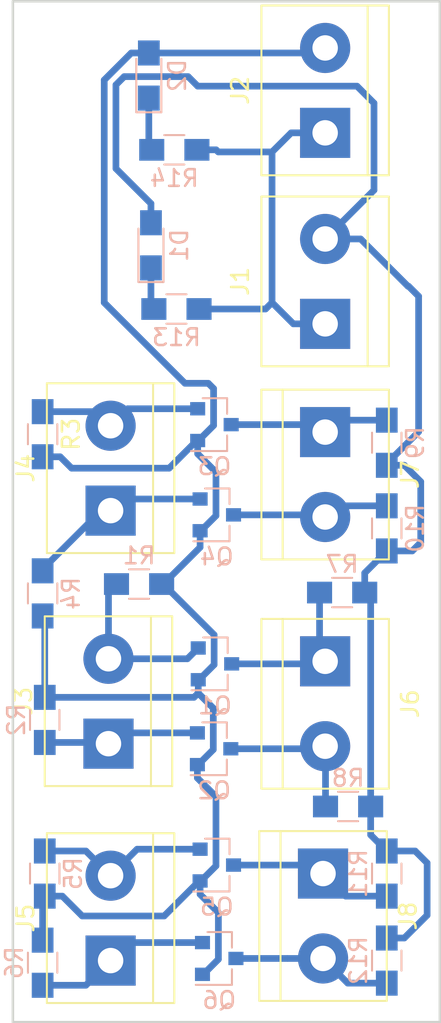
<source format=kicad_pcb>
(kicad_pcb (version 4) (host pcbnew 4.0.7)

  (general
    (links 49)
    (no_connects 5)
    (area 0 0 0 0)
    (thickness 1.6)
    (drawings 4)
    (tracks 150)
    (zones 0)
    (modules 30)
    (nets 18)
  )

  (page A4)
  (layers
    (0 F.Cu signal)
    (31 B.Cu signal)
    (32 B.Adhes user)
    (33 F.Adhes user)
    (34 B.Paste user)
    (35 F.Paste user)
    (36 B.SilkS user)
    (37 F.SilkS user)
    (38 B.Mask user)
    (39 F.Mask user)
    (40 Dwgs.User user)
    (41 Cmts.User user)
    (42 Eco1.User user)
    (43 Eco2.User user)
    (44 Edge.Cuts user)
    (45 Margin user)
    (46 B.CrtYd user)
    (47 F.CrtYd user)
    (48 B.Fab user hide)
    (49 F.Fab user hide)
  )

  (setup
    (last_trace_width 0.4)
    (trace_clearance 0.3)
    (zone_clearance 0.508)
    (zone_45_only no)
    (trace_min 0.2)
    (segment_width 0.2)
    (edge_width 0.15)
    (via_size 0.6)
    (via_drill 0.4)
    (via_min_size 0.4)
    (via_min_drill 0.3)
    (uvia_size 0.3)
    (uvia_drill 0.1)
    (uvias_allowed no)
    (uvia_min_size 0.2)
    (uvia_min_drill 0.1)
    (pcb_text_width 0.3)
    (pcb_text_size 1.5 1.5)
    (mod_edge_width 0.15)
    (mod_text_size 1 1)
    (mod_text_width 0.15)
    (pad_size 1.524 1.524)
    (pad_drill 0.762)
    (pad_to_mask_clearance 0.2)
    (aux_axis_origin 0 0)
    (visible_elements 7FFFEFFF)
    (pcbplotparams
      (layerselection 0x00030_80000001)
      (usegerberextensions false)
      (excludeedgelayer true)
      (linewidth 0.100000)
      (plotframeref false)
      (viasonmask false)
      (mode 1)
      (useauxorigin false)
      (hpglpennumber 1)
      (hpglpenspeed 20)
      (hpglpendiameter 15)
      (hpglpenoverlay 2)
      (psnegative false)
      (psa4output false)
      (plotreference true)
      (plotvalue true)
      (plotinvisibletext false)
      (padsonsilk false)
      (subtractmaskfromsilk false)
      (outputformat 1)
      (mirror false)
      (drillshape 1)
      (scaleselection 1)
      (outputdirectory ""))
  )

  (net 0 "")
  (net 1 GND)
  (net 2 +24V)
  (net 3 +5V)
  (net 4 "Net-(J3-Pad1)")
  (net 5 "Net-(J3-Pad2)")
  (net 6 "Net-(J4-Pad1)")
  (net 7 "Net-(J4-Pad2)")
  (net 8 "Net-(J5-Pad1)")
  (net 9 "Net-(J5-Pad2)")
  (net 10 /EncB1)
  (net 11 /EncB2)
  (net 12 /EncA1)
  (net 13 /EncZ1)
  (net 14 /EncZ2)
  (net 15 /EncA2)
  (net 16 "Net-(D1-Pad1)")
  (net 17 "Net-(D2-Pad1)")

  (net_class Default "This is the default net class."
    (clearance 0.3)
    (trace_width 0.4)
    (via_dia 0.6)
    (via_drill 0.4)
    (uvia_dia 0.3)
    (uvia_drill 0.1)
    (add_net +24V)
    (add_net +5V)
    (add_net /EncA1)
    (add_net /EncA2)
    (add_net /EncB1)
    (add_net /EncB2)
    (add_net /EncZ1)
    (add_net /EncZ2)
    (add_net GND)
    (add_net "Net-(D1-Pad1)")
    (add_net "Net-(D2-Pad1)")
    (add_net "Net-(J3-Pad1)")
    (add_net "Net-(J3-Pad2)")
    (add_net "Net-(J4-Pad1)")
    (add_net "Net-(J4-Pad2)")
    (add_net "Net-(J5-Pad1)")
    (add_net "Net-(J5-Pad2)")
  )

  (module Connectors_Terminal_Blocks:TerminalBlock_bornier-2_P5.08mm (layer F.Cu) (tedit 59FF03AB) (tstamp 5A9589C7)
    (at 124.968 75.311 90)
    (descr "simple 2-pin terminal block, pitch 5.08mm, revamped version of bornier2")
    (tags "terminal block bornier2")
    (path /5A958E83)
    (fp_text reference J1 (at 2.54 -5.08 90) (layer F.SilkS)
      (effects (font (size 1 1) (thickness 0.15)))
    )
    (fp_text value +24Vin (at 2.54 5.08 90) (layer F.Fab)
      (effects (font (size 1 1) (thickness 0.15)))
    )
    (fp_text user %R (at 2.54 0 90) (layer F.Fab)
      (effects (font (size 1 1) (thickness 0.15)))
    )
    (fp_line (start -2.41 2.55) (end 7.49 2.55) (layer F.Fab) (width 0.1))
    (fp_line (start -2.46 -3.75) (end -2.46 3.75) (layer F.Fab) (width 0.1))
    (fp_line (start -2.46 3.75) (end 7.54 3.75) (layer F.Fab) (width 0.1))
    (fp_line (start 7.54 3.75) (end 7.54 -3.75) (layer F.Fab) (width 0.1))
    (fp_line (start 7.54 -3.75) (end -2.46 -3.75) (layer F.Fab) (width 0.1))
    (fp_line (start 7.62 2.54) (end -2.54 2.54) (layer F.SilkS) (width 0.12))
    (fp_line (start 7.62 3.81) (end 7.62 -3.81) (layer F.SilkS) (width 0.12))
    (fp_line (start 7.62 -3.81) (end -2.54 -3.81) (layer F.SilkS) (width 0.12))
    (fp_line (start -2.54 -3.81) (end -2.54 3.81) (layer F.SilkS) (width 0.12))
    (fp_line (start -2.54 3.81) (end 7.62 3.81) (layer F.SilkS) (width 0.12))
    (fp_line (start -2.71 -4) (end 7.79 -4) (layer F.CrtYd) (width 0.05))
    (fp_line (start -2.71 -4) (end -2.71 4) (layer F.CrtYd) (width 0.05))
    (fp_line (start 7.79 4) (end 7.79 -4) (layer F.CrtYd) (width 0.05))
    (fp_line (start 7.79 4) (end -2.71 4) (layer F.CrtYd) (width 0.05))
    (pad 1 thru_hole rect (at 0 0 90) (size 3 3) (drill 1.52) (layers *.Cu *.Mask)
      (net 1 GND))
    (pad 2 thru_hole circle (at 5.08 0 90) (size 3 3) (drill 1.52) (layers *.Cu *.Mask)
      (net 2 +24V))
    (model ${KISYS3DMOD}/Terminal_Blocks.3dshapes/TerminalBlock_bornier-2_P5.08mm.wrl
      (at (xyz 0.1 0 0))
      (scale (xyz 1 1 1))
      (rotate (xyz 0 0 0))
    )
  )

  (module Connectors_Terminal_Blocks:TerminalBlock_bornier-2_P5.08mm (layer F.Cu) (tedit 59FF03AB) (tstamp 5A9589CD)
    (at 124.968 63.881 90)
    (descr "simple 2-pin terminal block, pitch 5.08mm, revamped version of bornier2")
    (tags "terminal block bornier2")
    (path /5A958D72)
    (fp_text reference J2 (at 2.54 -5.08 90) (layer F.SilkS)
      (effects (font (size 1 1) (thickness 0.15)))
    )
    (fp_text value +5Vin (at 2.54 5.08 90) (layer F.Fab)
      (effects (font (size 1 1) (thickness 0.15)))
    )
    (fp_text user %R (at 2.54 0 90) (layer F.Fab)
      (effects (font (size 1 1) (thickness 0.15)))
    )
    (fp_line (start -2.41 2.55) (end 7.49 2.55) (layer F.Fab) (width 0.1))
    (fp_line (start -2.46 -3.75) (end -2.46 3.75) (layer F.Fab) (width 0.1))
    (fp_line (start -2.46 3.75) (end 7.54 3.75) (layer F.Fab) (width 0.1))
    (fp_line (start 7.54 3.75) (end 7.54 -3.75) (layer F.Fab) (width 0.1))
    (fp_line (start 7.54 -3.75) (end -2.46 -3.75) (layer F.Fab) (width 0.1))
    (fp_line (start 7.62 2.54) (end -2.54 2.54) (layer F.SilkS) (width 0.12))
    (fp_line (start 7.62 3.81) (end 7.62 -3.81) (layer F.SilkS) (width 0.12))
    (fp_line (start 7.62 -3.81) (end -2.54 -3.81) (layer F.SilkS) (width 0.12))
    (fp_line (start -2.54 -3.81) (end -2.54 3.81) (layer F.SilkS) (width 0.12))
    (fp_line (start -2.54 3.81) (end 7.62 3.81) (layer F.SilkS) (width 0.12))
    (fp_line (start -2.71 -4) (end 7.79 -4) (layer F.CrtYd) (width 0.05))
    (fp_line (start -2.71 -4) (end -2.71 4) (layer F.CrtYd) (width 0.05))
    (fp_line (start 7.79 4) (end 7.79 -4) (layer F.CrtYd) (width 0.05))
    (fp_line (start 7.79 4) (end -2.71 4) (layer F.CrtYd) (width 0.05))
    (pad 1 thru_hole rect (at 0 0 90) (size 3 3) (drill 1.52) (layers *.Cu *.Mask)
      (net 1 GND))
    (pad 2 thru_hole circle (at 5.08 0 90) (size 3 3) (drill 1.52) (layers *.Cu *.Mask)
      (net 3 +5V))
    (model ${KISYS3DMOD}/Terminal_Blocks.3dshapes/TerminalBlock_bornier-2_P5.08mm.wrl
      (at (xyz 0.1 0 0))
      (scale (xyz 1 1 1))
      (rotate (xyz 0 0 0))
    )
  )

  (module Connectors_Terminal_Blocks:TerminalBlock_bornier-2_P5.08mm (layer F.Cu) (tedit 59FF03AB) (tstamp 5A9589D3)
    (at 112.014 100.4316 90)
    (descr "simple 2-pin terminal block, pitch 5.08mm, revamped version of bornier2")
    (tags "terminal block bornier2")
    (path /5A958B39)
    (fp_text reference J3 (at 2.54 -5.08 90) (layer F.SilkS)
      (effects (font (size 1 1) (thickness 0.15)))
    )
    (fp_text value EncB_LOW (at 2.54 5.08 90) (layer F.Fab)
      (effects (font (size 1 1) (thickness 0.15)))
    )
    (fp_text user %R (at 2.680599 -1.7354 90) (layer F.Fab)
      (effects (font (size 1 1) (thickness 0.15)))
    )
    (fp_line (start -2.41 2.55) (end 7.49 2.55) (layer F.Fab) (width 0.1))
    (fp_line (start -2.46 -3.75) (end -2.46 3.75) (layer F.Fab) (width 0.1))
    (fp_line (start -2.46 3.75) (end 7.54 3.75) (layer F.Fab) (width 0.1))
    (fp_line (start 7.54 3.75) (end 7.54 -3.75) (layer F.Fab) (width 0.1))
    (fp_line (start 7.54 -3.75) (end -2.46 -3.75) (layer F.Fab) (width 0.1))
    (fp_line (start 7.62 2.54) (end -2.54 2.54) (layer F.SilkS) (width 0.12))
    (fp_line (start 7.62 3.81) (end 7.62 -3.81) (layer F.SilkS) (width 0.12))
    (fp_line (start 7.62 -3.81) (end -2.54 -3.81) (layer F.SilkS) (width 0.12))
    (fp_line (start -2.54 -3.81) (end -2.54 3.81) (layer F.SilkS) (width 0.12))
    (fp_line (start -2.54 3.81) (end 7.62 3.81) (layer F.SilkS) (width 0.12))
    (fp_line (start -2.71 -4) (end 7.79 -4) (layer F.CrtYd) (width 0.05))
    (fp_line (start -2.71 -4) (end -2.71 4) (layer F.CrtYd) (width 0.05))
    (fp_line (start 7.79 4) (end 7.79 -4) (layer F.CrtYd) (width 0.05))
    (fp_line (start 7.79 4) (end -2.71 4) (layer F.CrtYd) (width 0.05))
    (pad 1 thru_hole rect (at 0 0 90) (size 3 3) (drill 1.52) (layers *.Cu *.Mask)
      (net 4 "Net-(J3-Pad1)"))
    (pad 2 thru_hole circle (at 5.08 0 90) (size 3 3) (drill 1.52) (layers *.Cu *.Mask)
      (net 5 "Net-(J3-Pad2)"))
    (model ${KISYS3DMOD}/Terminal_Blocks.3dshapes/TerminalBlock_bornier-2_P5.08mm.wrl
      (at (xyz 0.1 0 0))
      (scale (xyz 1 1 1))
      (rotate (xyz 0 0 0))
    )
  )

  (module Connectors_Terminal_Blocks:TerminalBlock_bornier-2_P5.08mm (layer F.Cu) (tedit 59FF03AB) (tstamp 5A9589D9)
    (at 112.141 86.487 90)
    (descr "simple 2-pin terminal block, pitch 5.08mm, revamped version of bornier2")
    (tags "terminal block bornier2")
    (path /5A9581E6)
    (fp_text reference J4 (at 2.54 -5.08 90) (layer F.SilkS)
      (effects (font (size 1 1) (thickness 0.15)))
    )
    (fp_text value EncA_LOW (at 2.54 5.08 90) (layer F.Fab)
      (effects (font (size 1 1) (thickness 0.15)))
    )
    (fp_text user %R (at 2.54 0 90) (layer F.Fab)
      (effects (font (size 1 1) (thickness 0.15)))
    )
    (fp_line (start -2.41 2.55) (end 7.49 2.55) (layer F.Fab) (width 0.1))
    (fp_line (start -2.46 -3.75) (end -2.46 3.75) (layer F.Fab) (width 0.1))
    (fp_line (start -2.46 3.75) (end 7.54 3.75) (layer F.Fab) (width 0.1))
    (fp_line (start 7.54 3.75) (end 7.54 -3.75) (layer F.Fab) (width 0.1))
    (fp_line (start 7.54 -3.75) (end -2.46 -3.75) (layer F.Fab) (width 0.1))
    (fp_line (start 7.62 2.54) (end -2.54 2.54) (layer F.SilkS) (width 0.12))
    (fp_line (start 7.62 3.81) (end 7.62 -3.81) (layer F.SilkS) (width 0.12))
    (fp_line (start 7.62 -3.81) (end -2.54 -3.81) (layer F.SilkS) (width 0.12))
    (fp_line (start -2.54 -3.81) (end -2.54 3.81) (layer F.SilkS) (width 0.12))
    (fp_line (start -2.54 3.81) (end 7.62 3.81) (layer F.SilkS) (width 0.12))
    (fp_line (start -2.71 -4) (end 7.79 -4) (layer F.CrtYd) (width 0.05))
    (fp_line (start -2.71 -4) (end -2.71 4) (layer F.CrtYd) (width 0.05))
    (fp_line (start 7.79 4) (end 7.79 -4) (layer F.CrtYd) (width 0.05))
    (fp_line (start 7.79 4) (end -2.71 4) (layer F.CrtYd) (width 0.05))
    (pad 1 thru_hole rect (at 0 0 90) (size 3 3) (drill 1.52) (layers *.Cu *.Mask)
      (net 6 "Net-(J4-Pad1)"))
    (pad 2 thru_hole circle (at 5.08 0 90) (size 3 3) (drill 1.52) (layers *.Cu *.Mask)
      (net 7 "Net-(J4-Pad2)"))
    (model ${KISYS3DMOD}/Terminal_Blocks.3dshapes/TerminalBlock_bornier-2_P5.08mm.wrl
      (at (xyz 0.1 0 0))
      (scale (xyz 1 1 1))
      (rotate (xyz 0 0 0))
    )
  )

  (module Connectors_Terminal_Blocks:TerminalBlock_bornier-2_P5.08mm (layer F.Cu) (tedit 59FF03AB) (tstamp 5A9589DF)
    (at 112.141 113.411 90)
    (descr "simple 2-pin terminal block, pitch 5.08mm, revamped version of bornier2")
    (tags "terminal block bornier2")
    (path /5A958CB6)
    (fp_text reference J5 (at 2.54 -5.08 90) (layer F.SilkS)
      (effects (font (size 1 1) (thickness 0.15)))
    )
    (fp_text value EncZ_LOW (at 2.54 5.08 90) (layer F.Fab)
      (effects (font (size 1 1) (thickness 0.15)))
    )
    (fp_text user %R (at 2.54 0 90) (layer F.Fab)
      (effects (font (size 1 1) (thickness 0.15)))
    )
    (fp_line (start -2.41 2.55) (end 7.49 2.55) (layer F.Fab) (width 0.1))
    (fp_line (start -2.46 -3.75) (end -2.46 3.75) (layer F.Fab) (width 0.1))
    (fp_line (start -2.46 3.75) (end 7.54 3.75) (layer F.Fab) (width 0.1))
    (fp_line (start 7.54 3.75) (end 7.54 -3.75) (layer F.Fab) (width 0.1))
    (fp_line (start 7.54 -3.75) (end -2.46 -3.75) (layer F.Fab) (width 0.1))
    (fp_line (start 7.62 2.54) (end -2.54 2.54) (layer F.SilkS) (width 0.12))
    (fp_line (start 7.62 3.81) (end 7.62 -3.81) (layer F.SilkS) (width 0.12))
    (fp_line (start 7.62 -3.81) (end -2.54 -3.81) (layer F.SilkS) (width 0.12))
    (fp_line (start -2.54 -3.81) (end -2.54 3.81) (layer F.SilkS) (width 0.12))
    (fp_line (start -2.54 3.81) (end 7.62 3.81) (layer F.SilkS) (width 0.12))
    (fp_line (start -2.71 -4) (end 7.79 -4) (layer F.CrtYd) (width 0.05))
    (fp_line (start -2.71 -4) (end -2.71 4) (layer F.CrtYd) (width 0.05))
    (fp_line (start 7.79 4) (end 7.79 -4) (layer F.CrtYd) (width 0.05))
    (fp_line (start 7.79 4) (end -2.71 4) (layer F.CrtYd) (width 0.05))
    (pad 1 thru_hole rect (at 0 0 90) (size 3 3) (drill 1.52) (layers *.Cu *.Mask)
      (net 8 "Net-(J5-Pad1)"))
    (pad 2 thru_hole circle (at 5.08 0 90) (size 3 3) (drill 1.52) (layers *.Cu *.Mask)
      (net 9 "Net-(J5-Pad2)"))
    (model ${KISYS3DMOD}/Terminal_Blocks.3dshapes/TerminalBlock_bornier-2_P5.08mm.wrl
      (at (xyz 0.1 0 0))
      (scale (xyz 1 1 1))
      (rotate (xyz 0 0 0))
    )
  )

  (module Connectors_Terminal_Blocks:TerminalBlock_bornier-2_P5.08mm (layer F.Cu) (tedit 59FF03AB) (tstamp 5A9589E5)
    (at 124.968 95.504 270)
    (descr "simple 2-pin terminal block, pitch 5.08mm, revamped version of bornier2")
    (tags "terminal block bornier2")
    (path /5A958B43)
    (fp_text reference J6 (at 2.54 -5.08 270) (layer F.SilkS)
      (effects (font (size 1 1) (thickness 0.15)))
    )
    (fp_text value EncB_HIGH (at 2.54 5.08 270) (layer F.Fab)
      (effects (font (size 1 1) (thickness 0.15)))
    )
    (fp_text user %R (at 2.54 0 270) (layer F.Fab)
      (effects (font (size 1 1) (thickness 0.15)))
    )
    (fp_line (start -2.41 2.55) (end 7.49 2.55) (layer F.Fab) (width 0.1))
    (fp_line (start -2.46 -3.75) (end -2.46 3.75) (layer F.Fab) (width 0.1))
    (fp_line (start -2.46 3.75) (end 7.54 3.75) (layer F.Fab) (width 0.1))
    (fp_line (start 7.54 3.75) (end 7.54 -3.75) (layer F.Fab) (width 0.1))
    (fp_line (start 7.54 -3.75) (end -2.46 -3.75) (layer F.Fab) (width 0.1))
    (fp_line (start 7.62 2.54) (end -2.54 2.54) (layer F.SilkS) (width 0.12))
    (fp_line (start 7.62 3.81) (end 7.62 -3.81) (layer F.SilkS) (width 0.12))
    (fp_line (start 7.62 -3.81) (end -2.54 -3.81) (layer F.SilkS) (width 0.12))
    (fp_line (start -2.54 -3.81) (end -2.54 3.81) (layer F.SilkS) (width 0.12))
    (fp_line (start -2.54 3.81) (end 7.62 3.81) (layer F.SilkS) (width 0.12))
    (fp_line (start -2.71 -4) (end 7.79 -4) (layer F.CrtYd) (width 0.05))
    (fp_line (start -2.71 -4) (end -2.71 4) (layer F.CrtYd) (width 0.05))
    (fp_line (start 7.79 4) (end 7.79 -4) (layer F.CrtYd) (width 0.05))
    (fp_line (start 7.79 4) (end -2.71 4) (layer F.CrtYd) (width 0.05))
    (pad 1 thru_hole rect (at 0 0 270) (size 3 3) (drill 1.52) (layers *.Cu *.Mask)
      (net 10 /EncB1))
    (pad 2 thru_hole circle (at 5.08 0 270) (size 3 3) (drill 1.52) (layers *.Cu *.Mask)
      (net 11 /EncB2))
    (model ${KISYS3DMOD}/Terminal_Blocks.3dshapes/TerminalBlock_bornier-2_P5.08mm.wrl
      (at (xyz 0.1 0 0))
      (scale (xyz 1 1 1))
      (rotate (xyz 0 0 0))
    )
  )

  (module Connectors_Terminal_Blocks:TerminalBlock_bornier-2_P5.08mm (layer F.Cu) (tedit 59FF03AB) (tstamp 5A9589EB)
    (at 124.968 81.788 270)
    (descr "simple 2-pin terminal block, pitch 5.08mm, revamped version of bornier2")
    (tags "terminal block bornier2")
    (path /5A9588CD)
    (fp_text reference J7 (at 2.54 -5.08 270) (layer F.SilkS)
      (effects (font (size 1 1) (thickness 0.15)))
    )
    (fp_text value EncA_HIGH (at 2.54 5.08 270) (layer F.Fab)
      (effects (font (size 1 1) (thickness 0.15)))
    )
    (fp_text user %R (at 2.54 0 270) (layer F.Fab)
      (effects (font (size 1 1) (thickness 0.15)))
    )
    (fp_line (start -2.41 2.55) (end 7.49 2.55) (layer F.Fab) (width 0.1))
    (fp_line (start -2.46 -3.75) (end -2.46 3.75) (layer F.Fab) (width 0.1))
    (fp_line (start -2.46 3.75) (end 7.54 3.75) (layer F.Fab) (width 0.1))
    (fp_line (start 7.54 3.75) (end 7.54 -3.75) (layer F.Fab) (width 0.1))
    (fp_line (start 7.54 -3.75) (end -2.46 -3.75) (layer F.Fab) (width 0.1))
    (fp_line (start 7.62 2.54) (end -2.54 2.54) (layer F.SilkS) (width 0.12))
    (fp_line (start 7.62 3.81) (end 7.62 -3.81) (layer F.SilkS) (width 0.12))
    (fp_line (start 7.62 -3.81) (end -2.54 -3.81) (layer F.SilkS) (width 0.12))
    (fp_line (start -2.54 -3.81) (end -2.54 3.81) (layer F.SilkS) (width 0.12))
    (fp_line (start -2.54 3.81) (end 7.62 3.81) (layer F.SilkS) (width 0.12))
    (fp_line (start -2.71 -4) (end 7.79 -4) (layer F.CrtYd) (width 0.05))
    (fp_line (start -2.71 -4) (end -2.71 4) (layer F.CrtYd) (width 0.05))
    (fp_line (start 7.79 4) (end 7.79 -4) (layer F.CrtYd) (width 0.05))
    (fp_line (start 7.79 4) (end -2.71 4) (layer F.CrtYd) (width 0.05))
    (pad 1 thru_hole rect (at 0 0 270) (size 3 3) (drill 1.52) (layers *.Cu *.Mask)
      (net 12 /EncA1))
    (pad 2 thru_hole circle (at 5.08 0 270) (size 3 3) (drill 1.52) (layers *.Cu *.Mask)
      (net 15 /EncA2))
    (model ${KISYS3DMOD}/Terminal_Blocks.3dshapes/TerminalBlock_bornier-2_P5.08mm.wrl
      (at (xyz 0.1 0 0))
      (scale (xyz 1 1 1))
      (rotate (xyz 0 0 0))
    )
  )

  (module Connectors_Terminal_Blocks:TerminalBlock_bornier-2_P5.08mm (layer F.Cu) (tedit 59FF03AB) (tstamp 5A9589F1)
    (at 124.841 108.204 270)
    (descr "simple 2-pin terminal block, pitch 5.08mm, revamped version of bornier2")
    (tags "terminal block bornier2")
    (path /5A958CC0)
    (fp_text reference J8 (at 2.54 -5.08 270) (layer F.SilkS)
      (effects (font (size 1 1) (thickness 0.15)))
    )
    (fp_text value EncZ_HIGH (at 2.54 5.08 270) (layer F.Fab)
      (effects (font (size 1 1) (thickness 0.15)))
    )
    (fp_text user %R (at 2.54 0 270) (layer F.Fab)
      (effects (font (size 1 1) (thickness 0.15)))
    )
    (fp_line (start -2.41 2.55) (end 7.49 2.55) (layer F.Fab) (width 0.1))
    (fp_line (start -2.46 -3.75) (end -2.46 3.75) (layer F.Fab) (width 0.1))
    (fp_line (start -2.46 3.75) (end 7.54 3.75) (layer F.Fab) (width 0.1))
    (fp_line (start 7.54 3.75) (end 7.54 -3.75) (layer F.Fab) (width 0.1))
    (fp_line (start 7.54 -3.75) (end -2.46 -3.75) (layer F.Fab) (width 0.1))
    (fp_line (start 7.62 2.54) (end -2.54 2.54) (layer F.SilkS) (width 0.12))
    (fp_line (start 7.62 3.81) (end 7.62 -3.81) (layer F.SilkS) (width 0.12))
    (fp_line (start 7.62 -3.81) (end -2.54 -3.81) (layer F.SilkS) (width 0.12))
    (fp_line (start -2.54 -3.81) (end -2.54 3.81) (layer F.SilkS) (width 0.12))
    (fp_line (start -2.54 3.81) (end 7.62 3.81) (layer F.SilkS) (width 0.12))
    (fp_line (start -2.71 -4) (end 7.79 -4) (layer F.CrtYd) (width 0.05))
    (fp_line (start -2.71 -4) (end -2.71 4) (layer F.CrtYd) (width 0.05))
    (fp_line (start 7.79 4) (end 7.79 -4) (layer F.CrtYd) (width 0.05))
    (fp_line (start 7.79 4) (end -2.71 4) (layer F.CrtYd) (width 0.05))
    (pad 1 thru_hole rect (at 0 0 270) (size 3 3) (drill 1.52) (layers *.Cu *.Mask)
      (net 13 /EncZ1))
    (pad 2 thru_hole circle (at 5.08 0 270) (size 3 3) (drill 1.52) (layers *.Cu *.Mask)
      (net 14 /EncZ2))
    (model ${KISYS3DMOD}/Terminal_Blocks.3dshapes/TerminalBlock_bornier-2_P5.08mm.wrl
      (at (xyz 0.1 0 0))
      (scale (xyz 1 1 1))
      (rotate (xyz 0 0 0))
    )
  )

  (module TO_SOT_Packages_SMD:SOT-23 (layer B.Cu) (tedit 58CE4E7E) (tstamp 5A9589F8)
    (at 118.38 95.6564)
    (descr "SOT-23, Standard")
    (tags SOT-23)
    (path /5A959F73)
    (attr smd)
    (fp_text reference Q1 (at 0 2.5) (layer B.SilkS)
      (effects (font (size 1 1) (thickness 0.15)) (justify mirror))
    )
    (fp_text value 2N7002 (at 0 -2.5) (layer B.Fab)
      (effects (font (size 1 1) (thickness 0.15)) (justify mirror))
    )
    (fp_text user %R (at 0 0 270) (layer B.Fab)
      (effects (font (size 0.5 0.5) (thickness 0.075)) (justify mirror))
    )
    (fp_line (start -0.7 0.95) (end -0.7 -1.5) (layer B.Fab) (width 0.1))
    (fp_line (start -0.15 1.52) (end 0.7 1.52) (layer B.Fab) (width 0.1))
    (fp_line (start -0.7 0.95) (end -0.15 1.52) (layer B.Fab) (width 0.1))
    (fp_line (start 0.7 1.52) (end 0.7 -1.52) (layer B.Fab) (width 0.1))
    (fp_line (start -0.7 -1.52) (end 0.7 -1.52) (layer B.Fab) (width 0.1))
    (fp_line (start 0.76 -1.58) (end 0.76 -0.65) (layer B.SilkS) (width 0.12))
    (fp_line (start 0.76 1.58) (end 0.76 0.65) (layer B.SilkS) (width 0.12))
    (fp_line (start -1.7 1.75) (end 1.7 1.75) (layer B.CrtYd) (width 0.05))
    (fp_line (start 1.7 1.75) (end 1.7 -1.75) (layer B.CrtYd) (width 0.05))
    (fp_line (start 1.7 -1.75) (end -1.7 -1.75) (layer B.CrtYd) (width 0.05))
    (fp_line (start -1.7 -1.75) (end -1.7 1.75) (layer B.CrtYd) (width 0.05))
    (fp_line (start 0.76 1.58) (end -1.4 1.58) (layer B.SilkS) (width 0.12))
    (fp_line (start 0.76 -1.58) (end -0.7 -1.58) (layer B.SilkS) (width 0.12))
    (pad 1 smd rect (at -1 0.95) (size 0.9 0.8) (layers B.Cu B.Paste B.Mask)
      (net 3 +5V))
    (pad 2 smd rect (at -1 -0.95) (size 0.9 0.8) (layers B.Cu B.Paste B.Mask)
      (net 5 "Net-(J3-Pad2)"))
    (pad 3 smd rect (at 1 0) (size 0.9 0.8) (layers B.Cu B.Paste B.Mask)
      (net 10 /EncB1))
    (model ${KISYS3DMOD}/TO_SOT_Packages_SMD.3dshapes/SOT-23.wrl
      (at (xyz 0 0 0))
      (scale (xyz 1 1 1))
      (rotate (xyz 0 0 0))
    )
  )

  (module TO_SOT_Packages_SMD:SOT-23 (layer B.Cu) (tedit 58CE4E7E) (tstamp 5A9589FF)
    (at 118.3292 100.7364)
    (descr "SOT-23, Standard")
    (tags SOT-23)
    (path /5A95A07F)
    (attr smd)
    (fp_text reference Q2 (at 0 2.5) (layer B.SilkS)
      (effects (font (size 1 1) (thickness 0.15)) (justify mirror))
    )
    (fp_text value 2N7002 (at -0.408362 -2.8978) (layer B.Fab)
      (effects (font (size 1 1) (thickness 0.15)) (justify mirror))
    )
    (fp_text user %R (at 0 0 270) (layer B.Fab)
      (effects (font (size 0.5 0.5) (thickness 0.075)) (justify mirror))
    )
    (fp_line (start -0.7 0.95) (end -0.7 -1.5) (layer B.Fab) (width 0.1))
    (fp_line (start -0.15 1.52) (end 0.7 1.52) (layer B.Fab) (width 0.1))
    (fp_line (start -0.7 0.95) (end -0.15 1.52) (layer B.Fab) (width 0.1))
    (fp_line (start 0.7 1.52) (end 0.7 -1.52) (layer B.Fab) (width 0.1))
    (fp_line (start -0.7 -1.52) (end 0.7 -1.52) (layer B.Fab) (width 0.1))
    (fp_line (start 0.76 -1.58) (end 0.76 -0.65) (layer B.SilkS) (width 0.12))
    (fp_line (start 0.76 1.58) (end 0.76 0.65) (layer B.SilkS) (width 0.12))
    (fp_line (start -1.7 1.75) (end 1.7 1.75) (layer B.CrtYd) (width 0.05))
    (fp_line (start 1.7 1.75) (end 1.7 -1.75) (layer B.CrtYd) (width 0.05))
    (fp_line (start 1.7 -1.75) (end -1.7 -1.75) (layer B.CrtYd) (width 0.05))
    (fp_line (start -1.7 -1.75) (end -1.7 1.75) (layer B.CrtYd) (width 0.05))
    (fp_line (start 0.76 1.58) (end -1.4 1.58) (layer B.SilkS) (width 0.12))
    (fp_line (start 0.76 -1.58) (end -0.7 -1.58) (layer B.SilkS) (width 0.12))
    (pad 1 smd rect (at -1 0.95) (size 0.9 0.8) (layers B.Cu B.Paste B.Mask)
      (net 3 +5V))
    (pad 2 smd rect (at -1 -0.95) (size 0.9 0.8) (layers B.Cu B.Paste B.Mask)
      (net 4 "Net-(J3-Pad1)"))
    (pad 3 smd rect (at 1 0) (size 0.9 0.8) (layers B.Cu B.Paste B.Mask)
      (net 11 /EncB2))
    (model ${KISYS3DMOD}/TO_SOT_Packages_SMD.3dshapes/SOT-23.wrl
      (at (xyz 0 0 0))
      (scale (xyz 1 1 1))
      (rotate (xyz 0 0 0))
    )
  )

  (module TO_SOT_Packages_SMD:SOT-23 (layer B.Cu) (tedit 58CE4E7E) (tstamp 5A958A06)
    (at 118.348 81.341)
    (descr "SOT-23, Standard")
    (tags SOT-23)
    (path /5A959CFD)
    (attr smd)
    (fp_text reference Q3 (at 0 2.5) (layer B.SilkS)
      (effects (font (size 1 1) (thickness 0.15)) (justify mirror))
    )
    (fp_text value 2N7002 (at 0.429238 -2.557) (layer B.Fab)
      (effects (font (size 1 1) (thickness 0.15)) (justify mirror))
    )
    (fp_text user %R (at 0 0 270) (layer B.Fab)
      (effects (font (size 0.5 0.5) (thickness 0.075)) (justify mirror))
    )
    (fp_line (start -0.7 0.95) (end -0.7 -1.5) (layer B.Fab) (width 0.1))
    (fp_line (start -0.15 1.52) (end 0.7 1.52) (layer B.Fab) (width 0.1))
    (fp_line (start -0.7 0.95) (end -0.15 1.52) (layer B.Fab) (width 0.1))
    (fp_line (start 0.7 1.52) (end 0.7 -1.52) (layer B.Fab) (width 0.1))
    (fp_line (start -0.7 -1.52) (end 0.7 -1.52) (layer B.Fab) (width 0.1))
    (fp_line (start 0.76 -1.58) (end 0.76 -0.65) (layer B.SilkS) (width 0.12))
    (fp_line (start 0.76 1.58) (end 0.76 0.65) (layer B.SilkS) (width 0.12))
    (fp_line (start -1.7 1.75) (end 1.7 1.75) (layer B.CrtYd) (width 0.05))
    (fp_line (start 1.7 1.75) (end 1.7 -1.75) (layer B.CrtYd) (width 0.05))
    (fp_line (start 1.7 -1.75) (end -1.7 -1.75) (layer B.CrtYd) (width 0.05))
    (fp_line (start -1.7 -1.75) (end -1.7 1.75) (layer B.CrtYd) (width 0.05))
    (fp_line (start 0.76 1.58) (end -1.4 1.58) (layer B.SilkS) (width 0.12))
    (fp_line (start 0.76 -1.58) (end -0.7 -1.58) (layer B.SilkS) (width 0.12))
    (pad 1 smd rect (at -1 0.95) (size 0.9 0.8) (layers B.Cu B.Paste B.Mask)
      (net 3 +5V))
    (pad 2 smd rect (at -1 -0.95) (size 0.9 0.8) (layers B.Cu B.Paste B.Mask)
      (net 7 "Net-(J4-Pad2)"))
    (pad 3 smd rect (at 1 0) (size 0.9 0.8) (layers B.Cu B.Paste B.Mask)
      (net 12 /EncA1))
    (model ${KISYS3DMOD}/TO_SOT_Packages_SMD.3dshapes/SOT-23.wrl
      (at (xyz 0 0 0))
      (scale (xyz 1 1 1))
      (rotate (xyz 0 0 0))
    )
  )

  (module TO_SOT_Packages_SMD:SOT-23 (layer B.Cu) (tedit 58CE4E7E) (tstamp 5A958A0D)
    (at 118.491 86.741)
    (descr "SOT-23, Standard")
    (tags SOT-23)
    (path /5A959F11)
    (attr smd)
    (fp_text reference Q4 (at 0 2.5) (layer B.SilkS)
      (effects (font (size 1 1) (thickness 0.15)) (justify mirror))
    )
    (fp_text value 2N7002 (at 0 -2.5) (layer B.Fab)
      (effects (font (size 1 1) (thickness 0.15)) (justify mirror))
    )
    (fp_text user %R (at 0 0 270) (layer B.Fab)
      (effects (font (size 0.5 0.5) (thickness 0.075)) (justify mirror))
    )
    (fp_line (start -0.7 0.95) (end -0.7 -1.5) (layer B.Fab) (width 0.1))
    (fp_line (start -0.15 1.52) (end 0.7 1.52) (layer B.Fab) (width 0.1))
    (fp_line (start -0.7 0.95) (end -0.15 1.52) (layer B.Fab) (width 0.1))
    (fp_line (start 0.7 1.52) (end 0.7 -1.52) (layer B.Fab) (width 0.1))
    (fp_line (start -0.7 -1.52) (end 0.7 -1.52) (layer B.Fab) (width 0.1))
    (fp_line (start 0.76 -1.58) (end 0.76 -0.65) (layer B.SilkS) (width 0.12))
    (fp_line (start 0.76 1.58) (end 0.76 0.65) (layer B.SilkS) (width 0.12))
    (fp_line (start -1.7 1.75) (end 1.7 1.75) (layer B.CrtYd) (width 0.05))
    (fp_line (start 1.7 1.75) (end 1.7 -1.75) (layer B.CrtYd) (width 0.05))
    (fp_line (start 1.7 -1.75) (end -1.7 -1.75) (layer B.CrtYd) (width 0.05))
    (fp_line (start -1.7 -1.75) (end -1.7 1.75) (layer B.CrtYd) (width 0.05))
    (fp_line (start 0.76 1.58) (end -1.4 1.58) (layer B.SilkS) (width 0.12))
    (fp_line (start 0.76 -1.58) (end -0.7 -1.58) (layer B.SilkS) (width 0.12))
    (pad 1 smd rect (at -1 0.95) (size 0.9 0.8) (layers B.Cu B.Paste B.Mask)
      (net 3 +5V))
    (pad 2 smd rect (at -1 -0.95) (size 0.9 0.8) (layers B.Cu B.Paste B.Mask)
      (net 6 "Net-(J4-Pad1)"))
    (pad 3 smd rect (at 1 0) (size 0.9 0.8) (layers B.Cu B.Paste B.Mask)
      (net 15 /EncA2))
    (model ${KISYS3DMOD}/TO_SOT_Packages_SMD.3dshapes/SOT-23.wrl
      (at (xyz 0 0 0))
      (scale (xyz 1 1 1))
      (rotate (xyz 0 0 0))
    )
  )

  (module TO_SOT_Packages_SMD:SOT-23 (layer B.Cu) (tedit 58CE4E7E) (tstamp 5A958A14)
    (at 118.491 107.696)
    (descr "SOT-23, Standard")
    (tags SOT-23)
    (path /5A95A0E1)
    (attr smd)
    (fp_text reference Q5 (at 0 2.5) (layer B.SilkS)
      (effects (font (size 1 1) (thickness 0.15)) (justify mirror))
    )
    (fp_text value 2N7002 (at 0 -2.5) (layer B.Fab)
      (effects (font (size 1 1) (thickness 0.15)) (justify mirror))
    )
    (fp_text user %R (at 0 0 270) (layer B.Fab)
      (effects (font (size 0.5 0.5) (thickness 0.075)) (justify mirror))
    )
    (fp_line (start -0.7 0.95) (end -0.7 -1.5) (layer B.Fab) (width 0.1))
    (fp_line (start -0.15 1.52) (end 0.7 1.52) (layer B.Fab) (width 0.1))
    (fp_line (start -0.7 0.95) (end -0.15 1.52) (layer B.Fab) (width 0.1))
    (fp_line (start 0.7 1.52) (end 0.7 -1.52) (layer B.Fab) (width 0.1))
    (fp_line (start -0.7 -1.52) (end 0.7 -1.52) (layer B.Fab) (width 0.1))
    (fp_line (start 0.76 -1.58) (end 0.76 -0.65) (layer B.SilkS) (width 0.12))
    (fp_line (start 0.76 1.58) (end 0.76 0.65) (layer B.SilkS) (width 0.12))
    (fp_line (start -1.7 1.75) (end 1.7 1.75) (layer B.CrtYd) (width 0.05))
    (fp_line (start 1.7 1.75) (end 1.7 -1.75) (layer B.CrtYd) (width 0.05))
    (fp_line (start 1.7 -1.75) (end -1.7 -1.75) (layer B.CrtYd) (width 0.05))
    (fp_line (start -1.7 -1.75) (end -1.7 1.75) (layer B.CrtYd) (width 0.05))
    (fp_line (start 0.76 1.58) (end -1.4 1.58) (layer B.SilkS) (width 0.12))
    (fp_line (start 0.76 -1.58) (end -0.7 -1.58) (layer B.SilkS) (width 0.12))
    (pad 1 smd rect (at -1 0.95) (size 0.9 0.8) (layers B.Cu B.Paste B.Mask)
      (net 3 +5V))
    (pad 2 smd rect (at -1 -0.95) (size 0.9 0.8) (layers B.Cu B.Paste B.Mask)
      (net 9 "Net-(J5-Pad2)"))
    (pad 3 smd rect (at 1 0) (size 0.9 0.8) (layers B.Cu B.Paste B.Mask)
      (net 13 /EncZ1))
    (model ${KISYS3DMOD}/TO_SOT_Packages_SMD.3dshapes/SOT-23.wrl
      (at (xyz 0 0 0))
      (scale (xyz 1 1 1))
      (rotate (xyz 0 0 0))
    )
  )

  (module TO_SOT_Packages_SMD:SOT-23 (layer B.Cu) (tedit 58CE4E7E) (tstamp 5A958A1B)
    (at 118.634 113.284)
    (descr "SOT-23, Standard")
    (tags SOT-23)
    (path /5A95A1A2)
    (attr smd)
    (fp_text reference Q6 (at 0 2.5) (layer B.SilkS)
      (effects (font (size 1 1) (thickness 0.15)) (justify mirror))
    )
    (fp_text value 2N7002 (at 0 -2.5) (layer B.Fab)
      (effects (font (size 1 1) (thickness 0.15)) (justify mirror))
    )
    (fp_text user %R (at 0 0 270) (layer B.Fab)
      (effects (font (size 0.5 0.5) (thickness 0.075)) (justify mirror))
    )
    (fp_line (start -0.7 0.95) (end -0.7 -1.5) (layer B.Fab) (width 0.1))
    (fp_line (start -0.15 1.52) (end 0.7 1.52) (layer B.Fab) (width 0.1))
    (fp_line (start -0.7 0.95) (end -0.15 1.52) (layer B.Fab) (width 0.1))
    (fp_line (start 0.7 1.52) (end 0.7 -1.52) (layer B.Fab) (width 0.1))
    (fp_line (start -0.7 -1.52) (end 0.7 -1.52) (layer B.Fab) (width 0.1))
    (fp_line (start 0.76 -1.58) (end 0.76 -0.65) (layer B.SilkS) (width 0.12))
    (fp_line (start 0.76 1.58) (end 0.76 0.65) (layer B.SilkS) (width 0.12))
    (fp_line (start -1.7 1.75) (end 1.7 1.75) (layer B.CrtYd) (width 0.05))
    (fp_line (start 1.7 1.75) (end 1.7 -1.75) (layer B.CrtYd) (width 0.05))
    (fp_line (start 1.7 -1.75) (end -1.7 -1.75) (layer B.CrtYd) (width 0.05))
    (fp_line (start -1.7 -1.75) (end -1.7 1.75) (layer B.CrtYd) (width 0.05))
    (fp_line (start 0.76 1.58) (end -1.4 1.58) (layer B.SilkS) (width 0.12))
    (fp_line (start 0.76 -1.58) (end -0.7 -1.58) (layer B.SilkS) (width 0.12))
    (pad 1 smd rect (at -1 0.95) (size 0.9 0.8) (layers B.Cu B.Paste B.Mask)
      (net 3 +5V))
    (pad 2 smd rect (at -1 -0.95) (size 0.9 0.8) (layers B.Cu B.Paste B.Mask)
      (net 8 "Net-(J5-Pad1)"))
    (pad 3 smd rect (at 1 0) (size 0.9 0.8) (layers B.Cu B.Paste B.Mask)
      (net 14 /EncZ2))
    (model ${KISYS3DMOD}/TO_SOT_Packages_SMD.3dshapes/SOT-23.wrl
      (at (xyz 0 0 0))
      (scale (xyz 1 1 1))
      (rotate (xyz 0 0 0))
    )
  )

  (module Resistors_SMD:R_0805_HandSoldering (layer B.Cu) (tedit 58E0A804) (tstamp 5A958A21)
    (at 113.8428 90.8812 180)
    (descr "Resistor SMD 0805, hand soldering")
    (tags "resistor 0805")
    (path /5A958AEE)
    (attr smd)
    (fp_text reference R1 (at 0 1.7 180) (layer B.SilkS)
      (effects (font (size 1 1) (thickness 0.15)) (justify mirror))
    )
    (fp_text value 10K (at 0.080999 -1.3758 180) (layer B.Fab)
      (effects (font (size 1 1) (thickness 0.15)) (justify mirror))
    )
    (fp_text user %R (at -0.274601 -2.4934 180) (layer B.Fab)
      (effects (font (size 0.5 0.5) (thickness 0.075)) (justify mirror))
    )
    (fp_line (start -1 -0.62) (end -1 0.62) (layer B.Fab) (width 0.1))
    (fp_line (start 1 -0.62) (end -1 -0.62) (layer B.Fab) (width 0.1))
    (fp_line (start 1 0.62) (end 1 -0.62) (layer B.Fab) (width 0.1))
    (fp_line (start -1 0.62) (end 1 0.62) (layer B.Fab) (width 0.1))
    (fp_line (start 0.6 -0.88) (end -0.6 -0.88) (layer B.SilkS) (width 0.12))
    (fp_line (start -0.6 0.88) (end 0.6 0.88) (layer B.SilkS) (width 0.12))
    (fp_line (start -2.35 0.9) (end 2.35 0.9) (layer B.CrtYd) (width 0.05))
    (fp_line (start -2.35 0.9) (end -2.35 -0.9) (layer B.CrtYd) (width 0.05))
    (fp_line (start 2.35 -0.9) (end 2.35 0.9) (layer B.CrtYd) (width 0.05))
    (fp_line (start 2.35 -0.9) (end -2.35 -0.9) (layer B.CrtYd) (width 0.05))
    (pad 1 smd rect (at -1.35 0 180) (size 1.5 1.3) (layers B.Cu B.Paste B.Mask)
      (net 3 +5V))
    (pad 2 smd rect (at 1.35 0 180) (size 1.5 1.3) (layers B.Cu B.Paste B.Mask)
      (net 5 "Net-(J3-Pad2)"))
    (model ${KISYS3DMOD}/Resistors_SMD.3dshapes/R_0805.wrl
      (at (xyz 0 0 0))
      (scale (xyz 1 1 1))
      (rotate (xyz 0 0 0))
    )
  )

  (module Resistors_SMD:R_0805_HandSoldering (layer B.Cu) (tedit 58E0A804) (tstamp 5A958A27)
    (at 108.204 99.0092 270)
    (descr "Resistor SMD 0805, hand soldering")
    (tags "resistor 0805")
    (path /5A958B16)
    (attr smd)
    (fp_text reference R2 (at 0 1.7 270) (layer B.SilkS)
      (effects (font (size 1 1) (thickness 0.15)) (justify mirror))
    )
    (fp_text value 10K (at 0 -1.75 270) (layer B.Fab)
      (effects (font (size 1 1) (thickness 0.15)) (justify mirror))
    )
    (fp_text user %R (at 0 0 270) (layer B.Fab)
      (effects (font (size 0.5 0.5) (thickness 0.075)) (justify mirror))
    )
    (fp_line (start -1 -0.62) (end -1 0.62) (layer B.Fab) (width 0.1))
    (fp_line (start 1 -0.62) (end -1 -0.62) (layer B.Fab) (width 0.1))
    (fp_line (start 1 0.62) (end 1 -0.62) (layer B.Fab) (width 0.1))
    (fp_line (start -1 0.62) (end 1 0.62) (layer B.Fab) (width 0.1))
    (fp_line (start 0.6 -0.88) (end -0.6 -0.88) (layer B.SilkS) (width 0.12))
    (fp_line (start -0.6 0.88) (end 0.6 0.88) (layer B.SilkS) (width 0.12))
    (fp_line (start -2.35 0.9) (end 2.35 0.9) (layer B.CrtYd) (width 0.05))
    (fp_line (start -2.35 0.9) (end -2.35 -0.9) (layer B.CrtYd) (width 0.05))
    (fp_line (start 2.35 -0.9) (end 2.35 0.9) (layer B.CrtYd) (width 0.05))
    (fp_line (start 2.35 -0.9) (end -2.35 -0.9) (layer B.CrtYd) (width 0.05))
    (pad 1 smd rect (at -1.35 0 270) (size 1.5 1.3) (layers B.Cu B.Paste B.Mask)
      (net 3 +5V))
    (pad 2 smd rect (at 1.35 0 270) (size 1.5 1.3) (layers B.Cu B.Paste B.Mask)
      (net 4 "Net-(J3-Pad1)"))
    (model ${KISYS3DMOD}/Resistors_SMD.3dshapes/R_0805.wrl
      (at (xyz 0 0 0))
      (scale (xyz 1 1 1))
      (rotate (xyz 0 0 0))
    )
  )

  (module Resistors_SMD:R_0805_HandSoldering (layer B.Cu) (tedit 58E0A804) (tstamp 5A958A2D)
    (at 108.077 81.915 90)
    (descr "Resistor SMD 0805, hand soldering")
    (tags "resistor 0805")
    (path /5A95749F)
    (attr smd)
    (fp_text reference R3 (at 0 1.7 90) (layer F.SilkS)
      (effects (font (size 1 1) (thickness 0.15)))
    )
    (fp_text value 10K (at 0 -1.75 90) (layer B.Fab)
      (effects (font (size 1 1) (thickness 0.15)) (justify mirror))
    )
    (fp_text user %R (at 0 0 90) (layer B.Fab)
      (effects (font (size 0.5 0.5) (thickness 0.075)) (justify mirror))
    )
    (fp_line (start -1 -0.62) (end -1 0.62) (layer B.Fab) (width 0.1))
    (fp_line (start 1 -0.62) (end -1 -0.62) (layer B.Fab) (width 0.1))
    (fp_line (start 1 0.62) (end 1 -0.62) (layer B.Fab) (width 0.1))
    (fp_line (start -1 0.62) (end 1 0.62) (layer B.Fab) (width 0.1))
    (fp_line (start 0.6 -0.88) (end -0.6 -0.88) (layer B.SilkS) (width 0.12))
    (fp_line (start -0.6 0.88) (end 0.6 0.88) (layer B.SilkS) (width 0.12))
    (fp_line (start -2.35 0.9) (end 2.35 0.9) (layer B.CrtYd) (width 0.05))
    (fp_line (start -2.35 0.9) (end -2.35 -0.9) (layer B.CrtYd) (width 0.05))
    (fp_line (start 2.35 -0.9) (end 2.35 0.9) (layer B.CrtYd) (width 0.05))
    (fp_line (start 2.35 -0.9) (end -2.35 -0.9) (layer B.CrtYd) (width 0.05))
    (pad 1 smd rect (at -1.35 0 90) (size 1.5 1.3) (layers B.Cu B.Paste B.Mask)
      (net 3 +5V))
    (pad 2 smd rect (at 1.35 0 90) (size 1.5 1.3) (layers B.Cu B.Paste B.Mask)
      (net 7 "Net-(J4-Pad2)"))
    (model ${KISYS3DMOD}/Resistors_SMD.3dshapes/R_0805.wrl
      (at (xyz 0 0 0))
      (scale (xyz 1 1 1))
      (rotate (xyz 0 0 0))
    )
  )

  (module Resistors_SMD:R_0805_HandSoldering (layer B.Cu) (tedit 58E0A804) (tstamp 5A958A33)
    (at 108.077 91.44 90)
    (descr "Resistor SMD 0805, hand soldering")
    (tags "resistor 0805")
    (path /5A95762D)
    (attr smd)
    (fp_text reference R4 (at 0 1.7 90) (layer B.SilkS)
      (effects (font (size 1 1) (thickness 0.15)) (justify mirror))
    )
    (fp_text value 10K (at 0 -1.75 90) (layer B.Fab)
      (effects (font (size 1 1) (thickness 0.15)) (justify mirror))
    )
    (fp_text user %R (at 0 0 90) (layer B.Fab)
      (effects (font (size 0.5 0.5) (thickness 0.075)) (justify mirror))
    )
    (fp_line (start -1 -0.62) (end -1 0.62) (layer B.Fab) (width 0.1))
    (fp_line (start 1 -0.62) (end -1 -0.62) (layer B.Fab) (width 0.1))
    (fp_line (start 1 0.62) (end 1 -0.62) (layer B.Fab) (width 0.1))
    (fp_line (start -1 0.62) (end 1 0.62) (layer B.Fab) (width 0.1))
    (fp_line (start 0.6 -0.88) (end -0.6 -0.88) (layer B.SilkS) (width 0.12))
    (fp_line (start -0.6 0.88) (end 0.6 0.88) (layer B.SilkS) (width 0.12))
    (fp_line (start -2.35 0.9) (end 2.35 0.9) (layer B.CrtYd) (width 0.05))
    (fp_line (start -2.35 0.9) (end -2.35 -0.9) (layer B.CrtYd) (width 0.05))
    (fp_line (start 2.35 -0.9) (end 2.35 0.9) (layer B.CrtYd) (width 0.05))
    (fp_line (start 2.35 -0.9) (end -2.35 -0.9) (layer B.CrtYd) (width 0.05))
    (pad 1 smd rect (at -1.35 0 90) (size 1.5 1.3) (layers B.Cu B.Paste B.Mask)
      (net 3 +5V))
    (pad 2 smd rect (at 1.35 0 90) (size 1.5 1.3) (layers B.Cu B.Paste B.Mask)
      (net 6 "Net-(J4-Pad1)"))
    (model ${KISYS3DMOD}/Resistors_SMD.3dshapes/R_0805.wrl
      (at (xyz 0 0 0))
      (scale (xyz 1 1 1))
      (rotate (xyz 0 0 0))
    )
  )

  (module Resistors_SMD:R_0805_HandSoldering (layer B.Cu) (tedit 58E0A804) (tstamp 5A958A39)
    (at 108.204 108.204 90)
    (descr "Resistor SMD 0805, hand soldering")
    (tags "resistor 0805")
    (path /5A958C6B)
    (attr smd)
    (fp_text reference R5 (at 0 1.7 90) (layer B.SilkS)
      (effects (font (size 1 1) (thickness 0.15)) (justify mirror))
    )
    (fp_text value 10K (at 0 -1.75 90) (layer B.Fab)
      (effects (font (size 1 1) (thickness 0.15)) (justify mirror))
    )
    (fp_text user %R (at 0 0 90) (layer B.Fab)
      (effects (font (size 0.5 0.5) (thickness 0.075)) (justify mirror))
    )
    (fp_line (start -1 -0.62) (end -1 0.62) (layer B.Fab) (width 0.1))
    (fp_line (start 1 -0.62) (end -1 -0.62) (layer B.Fab) (width 0.1))
    (fp_line (start 1 0.62) (end 1 -0.62) (layer B.Fab) (width 0.1))
    (fp_line (start -1 0.62) (end 1 0.62) (layer B.Fab) (width 0.1))
    (fp_line (start 0.6 -0.88) (end -0.6 -0.88) (layer B.SilkS) (width 0.12))
    (fp_line (start -0.6 0.88) (end 0.6 0.88) (layer B.SilkS) (width 0.12))
    (fp_line (start -2.35 0.9) (end 2.35 0.9) (layer B.CrtYd) (width 0.05))
    (fp_line (start -2.35 0.9) (end -2.35 -0.9) (layer B.CrtYd) (width 0.05))
    (fp_line (start 2.35 -0.9) (end 2.35 0.9) (layer B.CrtYd) (width 0.05))
    (fp_line (start 2.35 -0.9) (end -2.35 -0.9) (layer B.CrtYd) (width 0.05))
    (pad 1 smd rect (at -1.35 0 90) (size 1.5 1.3) (layers B.Cu B.Paste B.Mask)
      (net 3 +5V))
    (pad 2 smd rect (at 1.35 0 90) (size 1.5 1.3) (layers B.Cu B.Paste B.Mask)
      (net 9 "Net-(J5-Pad2)"))
    (model ${KISYS3DMOD}/Resistors_SMD.3dshapes/R_0805.wrl
      (at (xyz 0 0 0))
      (scale (xyz 1 1 1))
      (rotate (xyz 0 0 0))
    )
  )

  (module Resistors_SMD:R_0805_HandSoldering (layer B.Cu) (tedit 58E0A804) (tstamp 5A958A3F)
    (at 108.077 113.538 270)
    (descr "Resistor SMD 0805, hand soldering")
    (tags "resistor 0805")
    (path /5A958C93)
    (attr smd)
    (fp_text reference R6 (at 0 1.7 270) (layer B.SilkS)
      (effects (font (size 1 1) (thickness 0.15)) (justify mirror))
    )
    (fp_text value 10K (at 0 -1.75 270) (layer B.Fab)
      (effects (font (size 1 1) (thickness 0.15)) (justify mirror))
    )
    (fp_text user %R (at 0 0 270) (layer B.Fab)
      (effects (font (size 0.5 0.5) (thickness 0.075)) (justify mirror))
    )
    (fp_line (start -1 -0.62) (end -1 0.62) (layer B.Fab) (width 0.1))
    (fp_line (start 1 -0.62) (end -1 -0.62) (layer B.Fab) (width 0.1))
    (fp_line (start 1 0.62) (end 1 -0.62) (layer B.Fab) (width 0.1))
    (fp_line (start -1 0.62) (end 1 0.62) (layer B.Fab) (width 0.1))
    (fp_line (start 0.6 -0.88) (end -0.6 -0.88) (layer B.SilkS) (width 0.12))
    (fp_line (start -0.6 0.88) (end 0.6 0.88) (layer B.SilkS) (width 0.12))
    (fp_line (start -2.35 0.9) (end 2.35 0.9) (layer B.CrtYd) (width 0.05))
    (fp_line (start -2.35 0.9) (end -2.35 -0.9) (layer B.CrtYd) (width 0.05))
    (fp_line (start 2.35 -0.9) (end 2.35 0.9) (layer B.CrtYd) (width 0.05))
    (fp_line (start 2.35 -0.9) (end -2.35 -0.9) (layer B.CrtYd) (width 0.05))
    (pad 1 smd rect (at -1.35 0 270) (size 1.5 1.3) (layers B.Cu B.Paste B.Mask)
      (net 3 +5V))
    (pad 2 smd rect (at 1.35 0 270) (size 1.5 1.3) (layers B.Cu B.Paste B.Mask)
      (net 8 "Net-(J5-Pad1)"))
    (model ${KISYS3DMOD}/Resistors_SMD.3dshapes/R_0805.wrl
      (at (xyz 0 0 0))
      (scale (xyz 1 1 1))
      (rotate (xyz 0 0 0))
    )
  )

  (module Resistors_SMD:R_0805_HandSoldering (layer B.Cu) (tedit 58E0A804) (tstamp 5A958A45)
    (at 125.984 91.3892 180)
    (descr "Resistor SMD 0805, hand soldering")
    (tags "resistor 0805")
    (path /5A958B00)
    (attr smd)
    (fp_text reference R7 (at 0 1.7 180) (layer B.SilkS)
      (effects (font (size 1 1) (thickness 0.15)) (justify mirror))
    )
    (fp_text value 10K (at 0 -1.75 180) (layer B.Fab)
      (effects (font (size 1 1) (thickness 0.15)) (justify mirror))
    )
    (fp_text user %R (at 0 0 180) (layer B.Fab)
      (effects (font (size 0.5 0.5) (thickness 0.075)) (justify mirror))
    )
    (fp_line (start -1 -0.62) (end -1 0.62) (layer B.Fab) (width 0.1))
    (fp_line (start 1 -0.62) (end -1 -0.62) (layer B.Fab) (width 0.1))
    (fp_line (start 1 0.62) (end 1 -0.62) (layer B.Fab) (width 0.1))
    (fp_line (start -1 0.62) (end 1 0.62) (layer B.Fab) (width 0.1))
    (fp_line (start 0.6 -0.88) (end -0.6 -0.88) (layer B.SilkS) (width 0.12))
    (fp_line (start -0.6 0.88) (end 0.6 0.88) (layer B.SilkS) (width 0.12))
    (fp_line (start -2.35 0.9) (end 2.35 0.9) (layer B.CrtYd) (width 0.05))
    (fp_line (start -2.35 0.9) (end -2.35 -0.9) (layer B.CrtYd) (width 0.05))
    (fp_line (start 2.35 -0.9) (end 2.35 0.9) (layer B.CrtYd) (width 0.05))
    (fp_line (start 2.35 -0.9) (end -2.35 -0.9) (layer B.CrtYd) (width 0.05))
    (pad 1 smd rect (at -1.35 0 180) (size 1.5 1.3) (layers B.Cu B.Paste B.Mask)
      (net 2 +24V))
    (pad 2 smd rect (at 1.35 0 180) (size 1.5 1.3) (layers B.Cu B.Paste B.Mask)
      (net 10 /EncB1))
    (model ${KISYS3DMOD}/Resistors_SMD.3dshapes/R_0805.wrl
      (at (xyz 0 0 0))
      (scale (xyz 1 1 1))
      (rotate (xyz 0 0 0))
    )
  )

  (module Resistors_SMD:R_0805_HandSoldering (layer B.Cu) (tedit 58E0A804) (tstamp 5A958A4B)
    (at 126.3396 104.1908 180)
    (descr "Resistor SMD 0805, hand soldering")
    (tags "resistor 0805")
    (path /5A958B28)
    (attr smd)
    (fp_text reference R8 (at 0 1.7 180) (layer B.SilkS)
      (effects (font (size 1 1) (thickness 0.15)) (justify mirror))
    )
    (fp_text value 10K (at 0 -1.75 180) (layer B.Fab)
      (effects (font (size 1 1) (thickness 0.15)) (justify mirror))
    )
    (fp_text user %R (at 1.519399 -0.1566 180) (layer B.Fab)
      (effects (font (size 0.5 0.5) (thickness 0.075)) (justify mirror))
    )
    (fp_line (start -1 -0.62) (end -1 0.62) (layer B.Fab) (width 0.1))
    (fp_line (start 1 -0.62) (end -1 -0.62) (layer B.Fab) (width 0.1))
    (fp_line (start 1 0.62) (end 1 -0.62) (layer B.Fab) (width 0.1))
    (fp_line (start -1 0.62) (end 1 0.62) (layer B.Fab) (width 0.1))
    (fp_line (start 0.6 -0.88) (end -0.6 -0.88) (layer B.SilkS) (width 0.12))
    (fp_line (start -0.6 0.88) (end 0.6 0.88) (layer B.SilkS) (width 0.12))
    (fp_line (start -2.35 0.9) (end 2.35 0.9) (layer B.CrtYd) (width 0.05))
    (fp_line (start -2.35 0.9) (end -2.35 -0.9) (layer B.CrtYd) (width 0.05))
    (fp_line (start 2.35 -0.9) (end 2.35 0.9) (layer B.CrtYd) (width 0.05))
    (fp_line (start 2.35 -0.9) (end -2.35 -0.9) (layer B.CrtYd) (width 0.05))
    (pad 1 smd rect (at -1.35 0 180) (size 1.5 1.3) (layers B.Cu B.Paste B.Mask)
      (net 2 +24V))
    (pad 2 smd rect (at 1.35 0 180) (size 1.5 1.3) (layers B.Cu B.Paste B.Mask)
      (net 11 /EncB2))
    (model ${KISYS3DMOD}/Resistors_SMD.3dshapes/R_0805.wrl
      (at (xyz 0 0 0))
      (scale (xyz 1 1 1))
      (rotate (xyz 0 0 0))
    )
  )

  (module Resistors_SMD:R_0805_HandSoldering (layer B.Cu) (tedit 58E0A804) (tstamp 5A958A51)
    (at 128.651 82.423 90)
    (descr "Resistor SMD 0805, hand soldering")
    (tags "resistor 0805")
    (path /5A957511)
    (attr smd)
    (fp_text reference R9 (at 0 1.7 90) (layer B.SilkS)
      (effects (font (size 1 1) (thickness 0.15)) (justify mirror))
    )
    (fp_text value 10K (at 0 -1.75 90) (layer B.Fab)
      (effects (font (size 1 1) (thickness 0.15)) (justify mirror))
    )
    (fp_text user %R (at 0 0 90) (layer B.Fab)
      (effects (font (size 0.5 0.5) (thickness 0.075)) (justify mirror))
    )
    (fp_line (start -1 -0.62) (end -1 0.62) (layer B.Fab) (width 0.1))
    (fp_line (start 1 -0.62) (end -1 -0.62) (layer B.Fab) (width 0.1))
    (fp_line (start 1 0.62) (end 1 -0.62) (layer B.Fab) (width 0.1))
    (fp_line (start -1 0.62) (end 1 0.62) (layer B.Fab) (width 0.1))
    (fp_line (start 0.6 -0.88) (end -0.6 -0.88) (layer B.SilkS) (width 0.12))
    (fp_line (start -0.6 0.88) (end 0.6 0.88) (layer B.SilkS) (width 0.12))
    (fp_line (start -2.35 0.9) (end 2.35 0.9) (layer B.CrtYd) (width 0.05))
    (fp_line (start -2.35 0.9) (end -2.35 -0.9) (layer B.CrtYd) (width 0.05))
    (fp_line (start 2.35 -0.9) (end 2.35 0.9) (layer B.CrtYd) (width 0.05))
    (fp_line (start 2.35 -0.9) (end -2.35 -0.9) (layer B.CrtYd) (width 0.05))
    (pad 1 smd rect (at -1.35 0 90) (size 1.5 1.3) (layers B.Cu B.Paste B.Mask)
      (net 2 +24V))
    (pad 2 smd rect (at 1.35 0 90) (size 1.5 1.3) (layers B.Cu B.Paste B.Mask)
      (net 12 /EncA1))
    (model ${KISYS3DMOD}/Resistors_SMD.3dshapes/R_0805.wrl
      (at (xyz 0 0 0))
      (scale (xyz 1 1 1))
      (rotate (xyz 0 0 0))
    )
  )

  (module Resistors_SMD:R_0805_HandSoldering (layer B.Cu) (tedit 58E0A804) (tstamp 5A958A57)
    (at 128.651 87.55 90)
    (descr "Resistor SMD 0805, hand soldering")
    (tags "resistor 0805")
    (path /5A95763F)
    (attr smd)
    (fp_text reference R10 (at 0 1.7 90) (layer B.SilkS)
      (effects (font (size 1 1) (thickness 0.15)) (justify mirror))
    )
    (fp_text value 10K (at 0 -1.75 90) (layer B.Fab)
      (effects (font (size 1 1) (thickness 0.15)) (justify mirror))
    )
    (fp_text user %R (at 0 0 90) (layer B.Fab)
      (effects (font (size 0.5 0.5) (thickness 0.075)) (justify mirror))
    )
    (fp_line (start -1 -0.62) (end -1 0.62) (layer B.Fab) (width 0.1))
    (fp_line (start 1 -0.62) (end -1 -0.62) (layer B.Fab) (width 0.1))
    (fp_line (start 1 0.62) (end 1 -0.62) (layer B.Fab) (width 0.1))
    (fp_line (start -1 0.62) (end 1 0.62) (layer B.Fab) (width 0.1))
    (fp_line (start 0.6 -0.88) (end -0.6 -0.88) (layer B.SilkS) (width 0.12))
    (fp_line (start -0.6 0.88) (end 0.6 0.88) (layer B.SilkS) (width 0.12))
    (fp_line (start -2.35 0.9) (end 2.35 0.9) (layer B.CrtYd) (width 0.05))
    (fp_line (start -2.35 0.9) (end -2.35 -0.9) (layer B.CrtYd) (width 0.05))
    (fp_line (start 2.35 -0.9) (end 2.35 0.9) (layer B.CrtYd) (width 0.05))
    (fp_line (start 2.35 -0.9) (end -2.35 -0.9) (layer B.CrtYd) (width 0.05))
    (pad 1 smd rect (at -1.35 0 90) (size 1.5 1.3) (layers B.Cu B.Paste B.Mask)
      (net 2 +24V))
    (pad 2 smd rect (at 1.35 0 90) (size 1.5 1.3) (layers B.Cu B.Paste B.Mask)
      (net 15 /EncA2))
    (model ${KISYS3DMOD}/Resistors_SMD.3dshapes/R_0805.wrl
      (at (xyz 0 0 0))
      (scale (xyz 1 1 1))
      (rotate (xyz 0 0 0))
    )
  )

  (module Resistors_SMD:R_0805_HandSoldering (layer B.Cu) (tedit 58E0A804) (tstamp 5A958A5D)
    (at 128.651 108.204 270)
    (descr "Resistor SMD 0805, hand soldering")
    (tags "resistor 0805")
    (path /5A958C7D)
    (attr smd)
    (fp_text reference R11 (at 0 1.7 270) (layer B.SilkS)
      (effects (font (size 1 1) (thickness 0.15)) (justify mirror))
    )
    (fp_text value 10K (at -1.275001 -2.0002 270) (layer B.Fab)
      (effects (font (size 1 1) (thickness 0.15)) (justify mirror))
    )
    (fp_text user %R (at 0 0 270) (layer B.Fab)
      (effects (font (size 0.5 0.5) (thickness 0.075)) (justify mirror))
    )
    (fp_line (start -1 -0.62) (end -1 0.62) (layer B.Fab) (width 0.1))
    (fp_line (start 1 -0.62) (end -1 -0.62) (layer B.Fab) (width 0.1))
    (fp_line (start 1 0.62) (end 1 -0.62) (layer B.Fab) (width 0.1))
    (fp_line (start -1 0.62) (end 1 0.62) (layer B.Fab) (width 0.1))
    (fp_line (start 0.6 -0.88) (end -0.6 -0.88) (layer B.SilkS) (width 0.12))
    (fp_line (start -0.6 0.88) (end 0.6 0.88) (layer B.SilkS) (width 0.12))
    (fp_line (start -2.35 0.9) (end 2.35 0.9) (layer B.CrtYd) (width 0.05))
    (fp_line (start -2.35 0.9) (end -2.35 -0.9) (layer B.CrtYd) (width 0.05))
    (fp_line (start 2.35 -0.9) (end 2.35 0.9) (layer B.CrtYd) (width 0.05))
    (fp_line (start 2.35 -0.9) (end -2.35 -0.9) (layer B.CrtYd) (width 0.05))
    (pad 1 smd rect (at -1.35 0 270) (size 1.5 1.3) (layers B.Cu B.Paste B.Mask)
      (net 2 +24V))
    (pad 2 smd rect (at 1.35 0 270) (size 1.5 1.3) (layers B.Cu B.Paste B.Mask)
      (net 13 /EncZ1))
    (model ${KISYS3DMOD}/Resistors_SMD.3dshapes/R_0805.wrl
      (at (xyz 0 0 0))
      (scale (xyz 1 1 1))
      (rotate (xyz 0 0 0))
    )
  )

  (module Resistors_SMD:R_0805_HandSoldering (layer B.Cu) (tedit 58E0A804) (tstamp 5A958A63)
    (at 128.651 113.411 270)
    (descr "Resistor SMD 0805, hand soldering")
    (tags "resistor 0805")
    (path /5A958CA5)
    (attr smd)
    (fp_text reference R12 (at 0 1.7 270) (layer B.SilkS)
      (effects (font (size 1 1) (thickness 0.15)) (justify mirror))
    )
    (fp_text value 10K (at 0 -1.75 270) (layer B.Fab)
      (effects (font (size 1 1) (thickness 0.15)) (justify mirror))
    )
    (fp_text user %R (at 0 0 270) (layer B.Fab)
      (effects (font (size 0.5 0.5) (thickness 0.075)) (justify mirror))
    )
    (fp_line (start -1 -0.62) (end -1 0.62) (layer B.Fab) (width 0.1))
    (fp_line (start 1 -0.62) (end -1 -0.62) (layer B.Fab) (width 0.1))
    (fp_line (start 1 0.62) (end 1 -0.62) (layer B.Fab) (width 0.1))
    (fp_line (start -1 0.62) (end 1 0.62) (layer B.Fab) (width 0.1))
    (fp_line (start 0.6 -0.88) (end -0.6 -0.88) (layer B.SilkS) (width 0.12))
    (fp_line (start -0.6 0.88) (end 0.6 0.88) (layer B.SilkS) (width 0.12))
    (fp_line (start -2.35 0.9) (end 2.35 0.9) (layer B.CrtYd) (width 0.05))
    (fp_line (start -2.35 0.9) (end -2.35 -0.9) (layer B.CrtYd) (width 0.05))
    (fp_line (start 2.35 -0.9) (end 2.35 0.9) (layer B.CrtYd) (width 0.05))
    (fp_line (start 2.35 -0.9) (end -2.35 -0.9) (layer B.CrtYd) (width 0.05))
    (pad 1 smd rect (at -1.35 0 270) (size 1.5 1.3) (layers B.Cu B.Paste B.Mask)
      (net 2 +24V))
    (pad 2 smd rect (at 1.35 0 270) (size 1.5 1.3) (layers B.Cu B.Paste B.Mask)
      (net 14 /EncZ2))
    (model ${KISYS3DMOD}/Resistors_SMD.3dshapes/R_0805.wrl
      (at (xyz 0 0 0))
      (scale (xyz 1 1 1))
      (rotate (xyz 0 0 0))
    )
  )

  (module LEDs:LED_0805_HandSoldering (layer B.Cu) (tedit 595FCA25) (tstamp 5A958E3A)
    (at 114.554 70.612 90)
    (descr "Resistor SMD 0805, hand soldering")
    (tags "resistor 0805")
    (path /5A95A3DB)
    (attr smd)
    (fp_text reference D1 (at 0 1.7 90) (layer B.SilkS)
      (effects (font (size 1 1) (thickness 0.15)) (justify mirror))
    )
    (fp_text value LED (at 0 -1.75 90) (layer B.Fab)
      (effects (font (size 1 1) (thickness 0.15)) (justify mirror))
    )
    (fp_line (start -0.4 0.4) (end -0.4 -0.4) (layer B.Fab) (width 0.1))
    (fp_line (start -0.4 0) (end 0.2 0.4) (layer B.Fab) (width 0.1))
    (fp_line (start 0.2 -0.4) (end -0.4 0) (layer B.Fab) (width 0.1))
    (fp_line (start 0.2 0.4) (end 0.2 -0.4) (layer B.Fab) (width 0.1))
    (fp_line (start -1 -0.62) (end -1 0.62) (layer B.Fab) (width 0.1))
    (fp_line (start 1 -0.62) (end -1 -0.62) (layer B.Fab) (width 0.1))
    (fp_line (start 1 0.62) (end 1 -0.62) (layer B.Fab) (width 0.1))
    (fp_line (start -1 0.62) (end 1 0.62) (layer B.Fab) (width 0.1))
    (fp_line (start 1 -0.75) (end -2.2 -0.75) (layer B.SilkS) (width 0.12))
    (fp_line (start -2.2 0.75) (end 1 0.75) (layer B.SilkS) (width 0.12))
    (fp_line (start -2.35 0.9) (end 2.35 0.9) (layer B.CrtYd) (width 0.05))
    (fp_line (start -2.35 0.9) (end -2.35 -0.9) (layer B.CrtYd) (width 0.05))
    (fp_line (start 2.35 -0.9) (end 2.35 0.9) (layer B.CrtYd) (width 0.05))
    (fp_line (start 2.35 -0.9) (end -2.35 -0.9) (layer B.CrtYd) (width 0.05))
    (fp_line (start -2.2 0.75) (end -2.2 -0.75) (layer B.SilkS) (width 0.12))
    (pad 1 smd rect (at -1.35 0 90) (size 1.5 1.3) (layers B.Cu B.Paste B.Mask)
      (net 16 "Net-(D1-Pad1)"))
    (pad 2 smd rect (at 1.35 0 90) (size 1.5 1.3) (layers B.Cu B.Paste B.Mask)
      (net 2 +24V))
    (model ${KISYS3DMOD}/LEDs.3dshapes/LED_0805.wrl
      (at (xyz 0 0 0))
      (scale (xyz 1 1 1))
      (rotate (xyz 0 0 0))
    )
  )

  (module LEDs:LED_0805_HandSoldering (layer B.Cu) (tedit 595FCA25) (tstamp 5A958E40)
    (at 114.427 60.452 90)
    (descr "Resistor SMD 0805, hand soldering")
    (tags "resistor 0805")
    (path /5A95A5E6)
    (attr smd)
    (fp_text reference D2 (at 0 1.7 90) (layer B.SilkS)
      (effects (font (size 1 1) (thickness 0.15)) (justify mirror))
    )
    (fp_text value LED (at 0 -1.75 90) (layer B.Fab)
      (effects (font (size 1 1) (thickness 0.15)) (justify mirror))
    )
    (fp_line (start -0.4 0.4) (end -0.4 -0.4) (layer B.Fab) (width 0.1))
    (fp_line (start -0.4 0) (end 0.2 0.4) (layer B.Fab) (width 0.1))
    (fp_line (start 0.2 -0.4) (end -0.4 0) (layer B.Fab) (width 0.1))
    (fp_line (start 0.2 0.4) (end 0.2 -0.4) (layer B.Fab) (width 0.1))
    (fp_line (start -1 -0.62) (end -1 0.62) (layer B.Fab) (width 0.1))
    (fp_line (start 1 -0.62) (end -1 -0.62) (layer B.Fab) (width 0.1))
    (fp_line (start 1 0.62) (end 1 -0.62) (layer B.Fab) (width 0.1))
    (fp_line (start -1 0.62) (end 1 0.62) (layer B.Fab) (width 0.1))
    (fp_line (start 1 -0.75) (end -2.2 -0.75) (layer B.SilkS) (width 0.12))
    (fp_line (start -2.2 0.75) (end 1 0.75) (layer B.SilkS) (width 0.12))
    (fp_line (start -2.35 0.9) (end 2.35 0.9) (layer B.CrtYd) (width 0.05))
    (fp_line (start -2.35 0.9) (end -2.35 -0.9) (layer B.CrtYd) (width 0.05))
    (fp_line (start 2.35 -0.9) (end 2.35 0.9) (layer B.CrtYd) (width 0.05))
    (fp_line (start 2.35 -0.9) (end -2.35 -0.9) (layer B.CrtYd) (width 0.05))
    (fp_line (start -2.2 0.75) (end -2.2 -0.75) (layer B.SilkS) (width 0.12))
    (pad 1 smd rect (at -1.35 0 90) (size 1.5 1.3) (layers B.Cu B.Paste B.Mask)
      (net 17 "Net-(D2-Pad1)"))
    (pad 2 smd rect (at 1.35 0 90) (size 1.5 1.3) (layers B.Cu B.Paste B.Mask)
      (net 3 +5V))
    (model ${KISYS3DMOD}/LEDs.3dshapes/LED_0805.wrl
      (at (xyz 0 0 0))
      (scale (xyz 1 1 1))
      (rotate (xyz 0 0 0))
    )
  )

  (module Resistors_SMD:R_0805_HandSoldering (layer B.Cu) (tedit 58E0A804) (tstamp 5A958E46)
    (at 116.078 74.422)
    (descr "Resistor SMD 0805, hand soldering")
    (tags "resistor 0805")
    (path /5A95A468)
    (attr smd)
    (fp_text reference R13 (at 0 1.7) (layer B.SilkS)
      (effects (font (size 1 1) (thickness 0.15)) (justify mirror))
    )
    (fp_text value R (at 0 -1.75) (layer B.Fab)
      (effects (font (size 1 1) (thickness 0.15)) (justify mirror))
    )
    (fp_text user %R (at 0 0) (layer B.Fab)
      (effects (font (size 0.5 0.5) (thickness 0.075)) (justify mirror))
    )
    (fp_line (start -1 -0.62) (end -1 0.62) (layer B.Fab) (width 0.1))
    (fp_line (start 1 -0.62) (end -1 -0.62) (layer B.Fab) (width 0.1))
    (fp_line (start 1 0.62) (end 1 -0.62) (layer B.Fab) (width 0.1))
    (fp_line (start -1 0.62) (end 1 0.62) (layer B.Fab) (width 0.1))
    (fp_line (start 0.6 -0.88) (end -0.6 -0.88) (layer B.SilkS) (width 0.12))
    (fp_line (start -0.6 0.88) (end 0.6 0.88) (layer B.SilkS) (width 0.12))
    (fp_line (start -2.35 0.9) (end 2.35 0.9) (layer B.CrtYd) (width 0.05))
    (fp_line (start -2.35 0.9) (end -2.35 -0.9) (layer B.CrtYd) (width 0.05))
    (fp_line (start 2.35 -0.9) (end 2.35 0.9) (layer B.CrtYd) (width 0.05))
    (fp_line (start 2.35 -0.9) (end -2.35 -0.9) (layer B.CrtYd) (width 0.05))
    (pad 1 smd rect (at -1.35 0) (size 1.5 1.3) (layers B.Cu B.Paste B.Mask)
      (net 16 "Net-(D1-Pad1)"))
    (pad 2 smd rect (at 1.35 0) (size 1.5 1.3) (layers B.Cu B.Paste B.Mask)
      (net 1 GND))
    (model ${KISYS3DMOD}/Resistors_SMD.3dshapes/R_0805.wrl
      (at (xyz 0 0 0))
      (scale (xyz 1 1 1))
      (rotate (xyz 0 0 0))
    )
  )

  (module Resistors_SMD:R_0805_HandSoldering (layer B.Cu) (tedit 58E0A804) (tstamp 5A958E4C)
    (at 115.951 64.897)
    (descr "Resistor SMD 0805, hand soldering")
    (tags "resistor 0805")
    (path /5A95A5EC)
    (attr smd)
    (fp_text reference R14 (at 0 1.7) (layer B.SilkS)
      (effects (font (size 1 1) (thickness 0.15)) (justify mirror))
    )
    (fp_text value R (at 0 -1.75) (layer B.Fab)
      (effects (font (size 1 1) (thickness 0.15)) (justify mirror))
    )
    (fp_text user %R (at 0 0) (layer B.Fab)
      (effects (font (size 0.5 0.5) (thickness 0.075)) (justify mirror))
    )
    (fp_line (start -1 -0.62) (end -1 0.62) (layer B.Fab) (width 0.1))
    (fp_line (start 1 -0.62) (end -1 -0.62) (layer B.Fab) (width 0.1))
    (fp_line (start 1 0.62) (end 1 -0.62) (layer B.Fab) (width 0.1))
    (fp_line (start -1 0.62) (end 1 0.62) (layer B.Fab) (width 0.1))
    (fp_line (start 0.6 -0.88) (end -0.6 -0.88) (layer B.SilkS) (width 0.12))
    (fp_line (start -0.6 0.88) (end 0.6 0.88) (layer B.SilkS) (width 0.12))
    (fp_line (start -2.35 0.9) (end 2.35 0.9) (layer B.CrtYd) (width 0.05))
    (fp_line (start -2.35 0.9) (end -2.35 -0.9) (layer B.CrtYd) (width 0.05))
    (fp_line (start 2.35 -0.9) (end 2.35 0.9) (layer B.CrtYd) (width 0.05))
    (fp_line (start 2.35 -0.9) (end -2.35 -0.9) (layer B.CrtYd) (width 0.05))
    (pad 1 smd rect (at -1.35 0) (size 1.5 1.3) (layers B.Cu B.Paste B.Mask)
      (net 17 "Net-(D2-Pad1)"))
    (pad 2 smd rect (at 1.35 0) (size 1.5 1.3) (layers B.Cu B.Paste B.Mask)
      (net 1 GND))
    (model ${KISYS3DMOD}/Resistors_SMD.3dshapes/R_0805.wrl
      (at (xyz 0 0 0))
      (scale (xyz 1 1 1))
      (rotate (xyz 0 0 0))
    )
  )

  (gr_line (start 106.299 117.094) (end 106.299 56.007) (layer Edge.Cuts) (width 0.15))
  (gr_line (start 131.826 117.094) (end 106.299 117.094) (layer Edge.Cuts) (width 0.15))
  (gr_line (start 131.826 56.007) (end 131.826 117.094) (layer Edge.Cuts) (width 0.15))
  (gr_line (start 106.299 56.007) (end 131.826 56.007) (layer Edge.Cuts) (width 0.15))

  (segment (start 117.428 74.422) (end 121.407 74.422) (width 0.4) (layer B.Cu) (net 1))
  (segment (start 121.407 74.422) (end 121.793 74.036) (width 0.4) (layer B.Cu) (net 1))
  (segment (start 117.301 64.897) (end 118.451 64.897) (width 0.4) (layer B.Cu) (net 1))
  (segment (start 118.578 65.024) (end 121.793 65.024) (width 0.4) (layer B.Cu) (net 1))
  (segment (start 118.451 64.897) (end 118.578 65.024) (width 0.4) (layer B.Cu) (net 1))
  (segment (start 121.793 65.024) (end 122.936 63.881) (width 0.4) (layer B.Cu) (net 1))
  (segment (start 122.936 63.881) (end 124.968 63.881) (width 0.4) (layer B.Cu) (net 1))
  (segment (start 121.793 74.036) (end 121.793 65.024) (width 0.4) (layer B.Cu) (net 1))
  (segment (start 124.968 75.311) (end 123.068 75.311) (width 0.4) (layer B.Cu) (net 1))
  (segment (start 123.068 75.311) (end 121.793 74.036) (width 0.4) (layer B.Cu) (net 1))
  (segment (start 112.460011 66.018011) (end 114.554 68.112) (width 0.4) (layer B.Cu) (net 2))
  (segment (start 112.951953 60.517011) (end 112.460011 61.008953) (width 0.4) (layer B.Cu) (net 2))
  (segment (start 116.778011 60.517011) (end 112.951953 60.517011) (width 0.4) (layer B.Cu) (net 2))
  (segment (start 117.348 61.087) (end 116.778011 60.517011) (width 0.4) (layer B.Cu) (net 2))
  (segment (start 126.873 61.087) (end 117.348 61.087) (width 0.4) (layer B.Cu) (net 2))
  (segment (start 127.889 62.103) (end 126.873 61.087) (width 0.4) (layer B.Cu) (net 2))
  (segment (start 127.889 67.31) (end 127.889 62.103) (width 0.4) (layer B.Cu) (net 2))
  (segment (start 112.460011 61.008953) (end 112.460011 66.018011) (width 0.4) (layer B.Cu) (net 2))
  (segment (start 114.554 68.112) (end 114.554 69.262) (width 0.4) (layer B.Cu) (net 2))
  (segment (start 124.968 70.231) (end 127.889 67.31) (width 0.4) (layer B.Cu) (net 2))
  (segment (start 130.556 73.66) (end 130.556 81.768) (width 0.4) (layer B.Cu) (net 2))
  (segment (start 130.556 81.768) (end 128.651 83.673) (width 0.4) (layer B.Cu) (net 2))
  (segment (start 128.651 83.673) (end 128.651 83.773) (width 0.4) (layer B.Cu) (net 2))
  (segment (start 129.95868 73.06268) (end 130.556 73.66) (width 0.4) (layer B.Cu) (net 2))
  (segment (start 129.921 73.06268) (end 129.95868 73.06268) (width 0.4) (layer B.Cu) (net 2))
  (segment (start 124.968 70.231) (end 127.08932 70.231) (width 0.4) (layer B.Cu) (net 2))
  (segment (start 127.08932 70.231) (end 129.921 73.06268) (width 0.4) (layer B.Cu) (net 2))
  (segment (start 127.6896 104.1908) (end 127.6896 105.8926) (width 0.4) (layer B.Cu) (net 2))
  (segment (start 127.6896 105.8926) (end 128.651 106.854) (width 0.4) (layer B.Cu) (net 2))
  (segment (start 131.064 107.569) (end 130.349 106.854) (width 0.4) (layer B.Cu) (net 2))
  (segment (start 130.349 106.854) (end 128.651 106.854) (width 0.4) (layer B.Cu) (net 2))
  (segment (start 131.064 110.698) (end 131.064 107.569) (width 0.4) (layer B.Cu) (net 2))
  (segment (start 128.651 112.061) (end 129.701 112.061) (width 0.4) (layer B.Cu) (net 2))
  (segment (start 129.701 112.061) (end 131.064 110.698) (width 0.4) (layer B.Cu) (net 2))
  (segment (start 127.334 91.3892) (end 127.334 90.217) (width 0.4) (layer B.Cu) (net 2))
  (segment (start 127.334 90.217) (end 128.651 88.9) (width 0.4) (layer B.Cu) (net 2))
  (segment (start 130.683 88.392) (end 130.175 88.9) (width 0.4) (layer B.Cu) (net 2))
  (segment (start 130.175 88.9) (end 128.651 88.9) (width 0.4) (layer B.Cu) (net 2))
  (segment (start 130.683 84.755) (end 130.683 88.392) (width 0.4) (layer B.Cu) (net 2))
  (segment (start 128.651 83.773) (end 129.701 83.773) (width 0.4) (layer B.Cu) (net 2))
  (segment (start 129.701 83.773) (end 130.683 84.755) (width 0.4) (layer B.Cu) (net 2))
  (segment (start 127.6896 104.1908) (end 127.6896 91.7448) (width 0.4) (layer B.Cu) (net 2))
  (segment (start 127.6896 91.7448) (end 127.334 91.3892) (width 0.4) (layer B.Cu) (net 2))
  (segment (start 117.983 78.867) (end 118.298001 79.182001) (width 0.4) (layer B.Cu) (net 3))
  (segment (start 118.298001 79.182001) (end 118.298001 81.390999) (width 0.4) (layer B.Cu) (net 3))
  (segment (start 118.298001 81.390999) (end 117.398 82.291) (width 0.4) (layer B.Cu) (net 3))
  (segment (start 117.398 82.291) (end 117.348 82.291) (width 0.4) (layer B.Cu) (net 3))
  (segment (start 116.586 78.867) (end 117.983 78.867) (width 0.4) (layer B.Cu) (net 3))
  (segment (start 111.76 74.041) (end 116.586 78.867) (width 0.4) (layer B.Cu) (net 3))
  (segment (start 111.76 60.719) (end 111.76 74.041) (width 0.4) (layer B.Cu) (net 3))
  (segment (start 114.427 59.102) (end 113.377 59.102) (width 0.4) (layer B.Cu) (net 3))
  (segment (start 113.377 59.102) (end 111.76 60.719) (width 0.4) (layer B.Cu) (net 3))
  (segment (start 114.427 59.102) (end 124.667 59.102) (width 0.4) (layer B.Cu) (net 3))
  (segment (start 124.667 59.102) (end 124.968 58.801) (width 0.4) (layer B.Cu) (net 3))
  (segment (start 117.634 114.234) (end 117.684 114.234) (width 0.4) (layer B.Cu) (net 3))
  (segment (start 117.684 114.234) (end 118.584001 113.333999) (width 0.4) (layer B.Cu) (net 3))
  (segment (start 118.584001 113.333999) (end 118.584001 110.539001) (width 0.4) (layer B.Cu) (net 3))
  (segment (start 118.584001 110.539001) (end 117.491 109.446) (width 0.4) (layer B.Cu) (net 3))
  (segment (start 117.491 109.446) (end 117.491 108.646) (width 0.4) (layer B.Cu) (net 3))
  (segment (start 117.491 108.646) (end 117.541 108.646) (width 0.4) (layer B.Cu) (net 3))
  (segment (start 117.541 108.646) (end 118.441001 107.745999) (width 0.4) (layer B.Cu) (net 3))
  (segment (start 118.441001 107.745999) (end 118.441001 103.598201) (width 0.4) (layer B.Cu) (net 3))
  (segment (start 118.441001 103.598201) (end 117.3292 102.4864) (width 0.4) (layer B.Cu) (net 3))
  (segment (start 117.3292 102.4864) (end 117.3292 101.6864) (width 0.4) (layer B.Cu) (net 3))
  (segment (start 108.077 112.188) (end 108.077 109.681) (width 0.4) (layer B.Cu) (net 3))
  (segment (start 108.077 109.681) (end 108.204 109.554) (width 0.4) (layer B.Cu) (net 3))
  (segment (start 108.204 109.554) (end 109.254 109.554) (width 0.4) (layer B.Cu) (net 3))
  (segment (start 109.254 109.554) (end 110.444 110.744) (width 0.4) (layer B.Cu) (net 3))
  (segment (start 110.444 110.744) (end 115.343 110.744) (width 0.4) (layer B.Cu) (net 3))
  (segment (start 115.343 110.744) (end 117.441 108.646) (width 0.4) (layer B.Cu) (net 3))
  (segment (start 117.441 108.646) (end 117.491 108.646) (width 0.4) (layer B.Cu) (net 3))
  (segment (start 117.491 87.691) (end 117.491 88.683) (width 0.4) (layer B.Cu) (net 3))
  (segment (start 117.491 88.683) (end 115.2928 90.8812) (width 0.4) (layer B.Cu) (net 3))
  (segment (start 115.2928 90.8812) (end 115.1928 90.8812) (width 0.4) (layer B.Cu) (net 3))
  (segment (start 108.077 83.265) (end 109.127 83.265) (width 0.4) (layer B.Cu) (net 3))
  (segment (start 109.127 83.265) (end 109.809 83.947) (width 0.4) (layer B.Cu) (net 3))
  (segment (start 109.809 83.947) (end 115.642 83.947) (width 0.4) (layer B.Cu) (net 3))
  (segment (start 115.642 83.947) (end 117.298 82.291) (width 0.4) (layer B.Cu) (net 3))
  (segment (start 117.298 82.291) (end 117.348 82.291) (width 0.4) (layer B.Cu) (net 3))
  (segment (start 117.491 87.691) (end 117.541 87.691) (width 0.4) (layer B.Cu) (net 3))
  (segment (start 118.441001 86.790999) (end 118.441001 84.184001) (width 0.4) (layer B.Cu) (net 3))
  (segment (start 117.541 87.691) (end 118.441001 86.790999) (width 0.4) (layer B.Cu) (net 3))
  (segment (start 118.441001 84.184001) (end 117.348 83.091) (width 0.4) (layer B.Cu) (net 3))
  (segment (start 117.348 83.091) (end 117.348 82.291) (width 0.4) (layer B.Cu) (net 3))
  (segment (start 108.204 97.6592) (end 108.204 92.917) (width 0.4) (layer B.Cu) (net 3))
  (segment (start 108.204 92.917) (end 108.077 92.79) (width 0.4) (layer B.Cu) (net 3))
  (segment (start 108.204 97.6592) (end 117.1272 97.6592) (width 0.4) (layer B.Cu) (net 3))
  (segment (start 117.1272 97.6592) (end 117.38 97.4064) (width 0.4) (layer B.Cu) (net 3))
  (segment (start 117.38 97.4064) (end 117.38 96.6064) (width 0.4) (layer B.Cu) (net 3))
  (segment (start 117.3292 101.6864) (end 117.3792 101.6864) (width 0.4) (layer B.Cu) (net 3))
  (segment (start 117.3792 101.6864) (end 118.279201 100.786399) (width 0.4) (layer B.Cu) (net 3))
  (segment (start 118.279201 100.786399) (end 118.279201 98.305601) (width 0.4) (layer B.Cu) (net 3))
  (segment (start 118.279201 98.305601) (end 117.38 97.4064) (width 0.4) (layer B.Cu) (net 3))
  (segment (start 117.38 96.6064) (end 117.43 96.6064) (width 0.4) (layer B.Cu) (net 3))
  (segment (start 117.43 96.6064) (end 118.330001 95.706399) (width 0.4) (layer B.Cu) (net 3))
  (segment (start 118.330001 95.706399) (end 118.330001 93.918401) (width 0.4) (layer B.Cu) (net 3))
  (segment (start 118.330001 93.918401) (end 115.2928 90.8812) (width 0.4) (layer B.Cu) (net 3))
  (segment (start 108.204 100.3592) (end 111.9416 100.3592) (width 0.4) (layer B.Cu) (net 4))
  (segment (start 111.9416 100.3592) (end 112.014 100.4316) (width 0.4) (layer B.Cu) (net 4))
  (segment (start 117.3292 99.7864) (end 112.6592 99.7864) (width 0.4) (layer B.Cu) (net 4))
  (segment (start 112.6592 99.7864) (end 112.014 100.4316) (width 0.4) (layer B.Cu) (net 4))
  (segment (start 112.014 95.3516) (end 112.014 91.36) (width 0.4) (layer B.Cu) (net 5))
  (segment (start 112.014 91.36) (end 112.4928 90.8812) (width 0.4) (layer B.Cu) (net 5))
  (segment (start 112.014 95.3516) (end 116.7348 95.3516) (width 0.4) (layer B.Cu) (net 5))
  (segment (start 116.7348 95.3516) (end 117.38 94.7064) (width 0.4) (layer B.Cu) (net 5))
  (segment (start 117.491 85.791) (end 112.837 85.791) (width 0.4) (layer B.Cu) (net 6))
  (segment (start 112.837 85.791) (end 112.141 86.487) (width 0.4) (layer B.Cu) (net 6))
  (segment (start 108.077 90.09) (end 108.077 89.99) (width 0.4) (layer B.Cu) (net 6))
  (segment (start 108.077 89.99) (end 111.58 86.487) (width 0.4) (layer B.Cu) (net 6))
  (segment (start 111.58 86.487) (end 112.141 86.487) (width 0.4) (layer B.Cu) (net 6))
  (segment (start 108.077 80.565) (end 111.299 80.565) (width 0.4) (layer B.Cu) (net 7))
  (segment (start 111.299 80.565) (end 112.141 81.407) (width 0.4) (layer B.Cu) (net 7))
  (segment (start 117.348 80.391) (end 113.157 80.391) (width 0.4) (layer B.Cu) (net 7))
  (segment (start 113.157 80.391) (end 112.141 81.407) (width 0.4) (layer B.Cu) (net 7))
  (segment (start 108.077 114.888) (end 110.664 114.888) (width 0.4) (layer B.Cu) (net 8))
  (segment (start 110.664 114.888) (end 112.141 113.411) (width 0.4) (layer B.Cu) (net 8))
  (segment (start 117.634 112.334) (end 113.218 112.334) (width 0.4) (layer B.Cu) (net 8))
  (segment (start 113.218 112.334) (end 112.141 113.411) (width 0.4) (layer B.Cu) (net 8))
  (segment (start 117.491 106.746) (end 113.726 106.746) (width 0.4) (layer B.Cu) (net 9))
  (segment (start 113.726 106.746) (end 112.141 108.331) (width 0.4) (layer B.Cu) (net 9))
  (segment (start 108.204 106.854) (end 110.664 106.854) (width 0.4) (layer B.Cu) (net 9))
  (segment (start 110.664 106.854) (end 112.141 108.331) (width 0.4) (layer B.Cu) (net 9))
  (segment (start 124.634 91.3892) (end 124.634 95.17) (width 0.4) (layer B.Cu) (net 10))
  (segment (start 124.634 95.17) (end 124.968 95.504) (width 0.4) (layer B.Cu) (net 10))
  (segment (start 119.38 95.6564) (end 124.8156 95.6564) (width 0.4) (layer B.Cu) (net 10))
  (segment (start 124.8156 95.6564) (end 124.968 95.504) (width 0.4) (layer B.Cu) (net 10))
  (segment (start 124.9896 104.1908) (end 124.9896 100.6056) (width 0.4) (layer B.Cu) (net 11))
  (segment (start 124.9896 100.6056) (end 124.968 100.584) (width 0.4) (layer B.Cu) (net 11))
  (segment (start 119.3292 100.7364) (end 124.8156 100.7364) (width 0.4) (layer B.Cu) (net 11))
  (segment (start 124.8156 100.7364) (end 124.968 100.584) (width 0.4) (layer B.Cu) (net 11))
  (segment (start 128.651 81.073) (end 125.683 81.073) (width 0.4) (layer B.Cu) (net 12))
  (segment (start 125.683 81.073) (end 124.968 81.788) (width 0.4) (layer B.Cu) (net 12))
  (segment (start 119.348 81.341) (end 124.521 81.341) (width 0.4) (layer B.Cu) (net 12))
  (segment (start 124.521 81.341) (end 124.968 81.788) (width 0.4) (layer B.Cu) (net 12))
  (segment (start 119.491 107.696) (end 124.333 107.696) (width 0.4) (layer B.Cu) (net 13))
  (segment (start 124.333 107.696) (end 124.841 108.204) (width 0.4) (layer B.Cu) (net 13))
  (segment (start 128.651 109.554) (end 126.191 109.554) (width 0.4) (layer B.Cu) (net 13))
  (segment (start 126.191 109.554) (end 124.841 108.204) (width 0.4) (layer B.Cu) (net 13))
  (segment (start 128.651 114.761) (end 126.318 114.761) (width 0.4) (layer B.Cu) (net 14))
  (segment (start 126.318 114.761) (end 124.841 113.284) (width 0.4) (layer B.Cu) (net 14))
  (segment (start 124.841 113.284) (end 122.71968 113.284) (width 0.4) (layer B.Cu) (net 14))
  (segment (start 122.71968 113.284) (end 119.634 113.284) (width 0.4) (layer B.Cu) (net 14))
  (segment (start 119.491 86.741) (end 124.841 86.741) (width 0.4) (layer B.Cu) (net 15))
  (segment (start 124.841 86.741) (end 124.968 86.868) (width 0.4) (layer B.Cu) (net 15))
  (segment (start 128.651 86.2) (end 125.636 86.2) (width 0.4) (layer B.Cu) (net 15))
  (segment (start 125.636 86.2) (end 124.968 86.868) (width 0.4) (layer B.Cu) (net 15))
  (segment (start 114.554 71.962) (end 114.554 74.248) (width 0.4) (layer B.Cu) (net 16))
  (segment (start 114.554 74.248) (end 114.728 74.422) (width 0.4) (layer B.Cu) (net 16))
  (segment (start 114.427 61.802) (end 114.427 64.723) (width 0.4) (layer B.Cu) (net 17))
  (segment (start 114.427 64.723) (end 114.601 64.897) (width 0.4) (layer B.Cu) (net 17))

)

</source>
